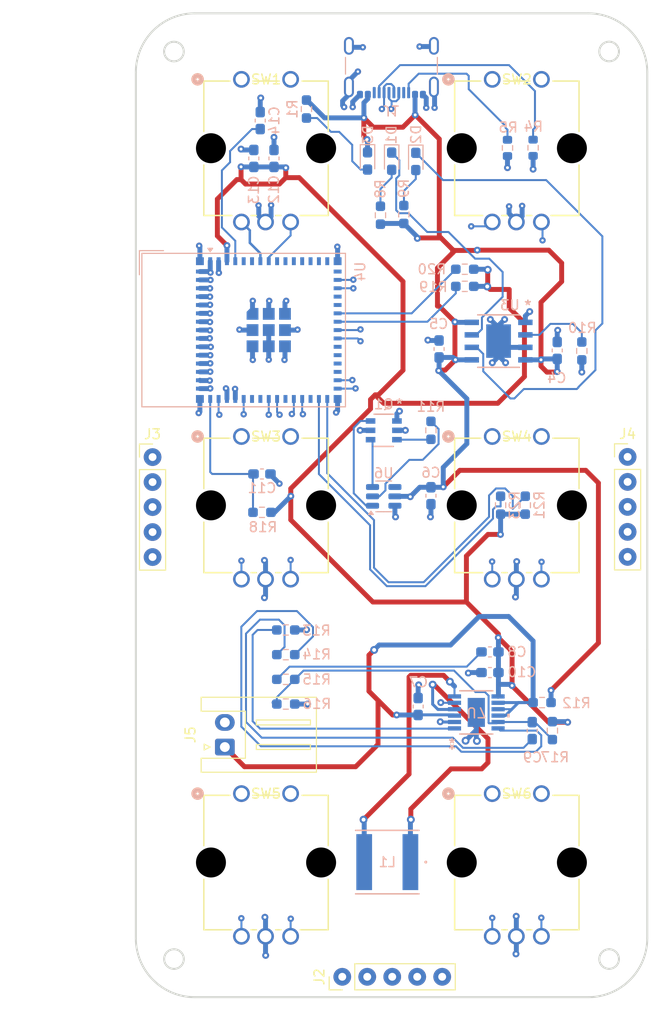
<source format=kicad_pcb>
(kicad_pcb (version 20240108) (generator "pcbnew") (generator_version "8.0")
  (layers (0 "F.Cu" signal) (1 "In1.Cu" signal) (2 "In2.Cu" signal) (31 "B.Cu" signal) (34 "B.Paste" user) (35 "F.Paste" user) (36 "B.SilkS" user "B.Silkscreen") (37 "F.SilkS" user "F.Silkscreen") (38 "B.Mask" user) (39 "F.Mask" user) (44 "Edge.Cuts" user))
  (net 0 "")
  (net 1 "GND")
  (net 2 "VBUS")
  (net 3 "BAT+")
  (net 4 "Net-(C8-Pad1)")
  (net 5 "Net-(C9-Pad1)")
  (net 6 "Net-(U7-FB)")
  (net 7 "/ESP32_EN")
  (net 8 "/BOOT")
  (net 9 "Net-(D1-K)")
  (net 10 "Net-(D1-A)")
  (net 11 "Net-(D2-K)")
  (net 12 "Net-(D2-A)")
  (net 13 "Net-(J1-CC2)")
  (net 14 "Net-(J1-CC1)")
  (net 16 "USB_P")
  (net 17 "USB_N")
  (net 19 "Net-(U7-SW2)")
  (net 20 "Net-(U7-SW1)")
  (net 21 "Net-(Q1-G1)")
  (net 22 "Net-(Q1-S2)")
  (net 23 "Net-(Q1-G2)")
  (net 24 "Net-(U3-PROG)")
  (net 25 "Net-(U6-CS)")
  (net 26 "Net-(U7-RT)")
  (net 27 "Net-(U7-VC)")
  (net 28 "Net-(U4-IO18)")
  (net 29 "Net-(U4-IO17)")
  (net 30 "Net-(U4-IO35)")
  (net 31 "Net-(U4-IO36)")
  (net 32 "R1A")
  (net 33 "R1B")
  (net 34 "R2B")
  (net 35 "R2A")
  (net 36 "R3B")
  (net 37 "R3A")
  (net 38 "R4B")
  (net 39 "R4A")
  (net 40 "AS56_OUT")
  (net 47 "TX")
  (net 49 "RX")
  (net 56 "+3V3")
  (net 57 "Net-(D3-A)")
  (net 58 "Net-(U4-IO5)")
  (net 59 "Net-(U4-IO6)")
  (net 78 "R5A")
  (net 79 "R5B")
  (net 80 "R6A")
  (net 81 "R6B")
  (footprint "Test_Encoder:PEC12R-4x15F-Sxxxx_BRN" (layer "F.Cu") (at 134.290047 88.436728)
    (property "Reference" "SW3")
    (property "Value" "RotaryEncoder")
  )
  (footprint "Connector_PinHeader_2.54mm:PinHeader_1x05_P2.54mm_Vertical_Adafruit" (layer "F.Cu") (at 125.25277 90.531841)
    (property "Reference" "J3")
    (property "Value" "Conn_01x05_Socket")
  )
  (footprint "Connector_PinHeader_2.54mm:PinHeader_1x05_P2.54mm_Vertical_Adafruit" (layer "F.Cu") (at 144.540974 143.353961 90)
    (property "Reference" "J2")
    (property "Value" "Conn_01x05_Socket")
  )
  (footprint "Test_Encoder:PEC12R-4x15F-Sxxxx_BRN" (layer "F.Cu") (at 159.790047 52.136728)
    (property "Reference" "SW2")
    (property "Value" "RotaryEncoder")
  )
  (footprint "Connector_JST:JST_XH_S2B-XH-A_1x02_P2.50mm_Horizontal" (layer "F.Cu") (at 132.60277 120.001841 90)
    (property "Reference" "J5")
    (property "Value" "Conn_01x02_Socket")
  )
  (footprint "Test_Encoder:PEC12R-4x15F-Sxxxx_BRN" (layer "F.Cu") (at 159.790047 124.736728)
    (property "Reference" "SW6")
    (property "Value" "RotaryEncoder")
  )
  (footprint "Test_Encoder:PEC12R-4x15F-Sxxxx_BRN" (layer "F.Cu") (at 134.290047 124.736728)
    (property "Reference" "SW5")
    (property "Value" "RotaryEncoder")
  )
  (footprint "Connector_PinHeader_2.54mm:PinHeader_1x05_P2.54mm_Vertical_Adafruit" (layer "F.Cu") (at 173.55277 90.511841)
    (property "Reference" "J4")
    (property "Value" "Conn_01x05_Socket")
  )
  (footprint "Test_Encoder:PEC12R-4x15F-Sxxxx_BRN" (layer "F.Cu") (at 159.790047 88.436728)
    (property "Reference" "SW4")
    (property "Value" "RotaryEncoder")
  )
  (footprint "Test_Encoder:PEC12R-4x15F-Sxxxx_BRN" (layer "F.Cu") (at 134.290047 52.136728)
    (property "Reference" "SW1")
    (property "Value" "RotaryEncoder")
  )
  (footprint "Resistor_SMD:R_0603_1608Metric" (layer "B.Cu") (at 163.943974 59.091172 90)
    (property "Reference" "R4")
    (property "Value" "5k1")
  )
  (footprint "Resistor_SMD:R_0603_1608Metric_Pad0.98x0.95mm_HandSolder" (layer "B.Cu") (at 163.150047 95.419228 90)
    (property "Reference" "R21")
    (property "Value" "10k")
  )
  (footprint "Capacitor_SMD:C_0603_1608Metric_Pad1.08x0.95mm_HandSolder" (layer "B.Cu") (at 159.55691 112.431301 180)
    (property "Reference" "C10")
    (property "Value" "22pF")
  )
  (footprint "Capacitor_SMD:C_0603_1608Metric_Pad1.08x0.95mm_HandSolder" (layer "B.Cu") (at 136.200047 56.326728 90)
    (property "Reference" "C14")
    (property "Value" ".1uF")
  )
  (footprint "LTC3536EMSE_PBF:MSOP-12_MSE_LIT" (layer "B.Cu") (at 158.16801 116.481301)
    (property "Reference" "U7")
    (property "Value" "LTC3536EMSE-PBF")
  )
  (footprint "Resistor_SMD:R_0603_1608Metric_Pad0.98x0.95mm_HandSolder" (layer "B.Cu") (at 150.800047 65.871728 90)
    (property "Reference" "R9")
    (property "Value" "1K")
  )
  (footprint "Resistor_SMD:R_0603_1608Metric" (layer "B.Cu") (at 161.338974 59.106172 90)
    (property "Reference" "R5")
    (property "Value" "5k1")
  )
  (footprint "Capacitor_SMD:C_0603_1608Metric_Pad1.08x0.95mm_HandSolder" (layer "B.Cu") (at 163.85691 118.331301 90)
    (property "Reference" "C9")
    (property "Value" "220pF")
  )
  (footprint "Connector_USB:USB_C_Receptacle_GCT_USB4105-xx-A_16P_TopMnt_Horizontal" (layer "B.Cu") (at 149.540047 49.806728)
    (property "Reference" "J1")
    (property "Value" "USB_C_Receptacle_USB2.0_16P")
  )
  (footprint "Resistor_SMD:R_0603_1608Metric_Pad0.98x0.95mm_HandSolder" (layer "B.Cu") (at 156.997154 71.436841 180)
    (property "Reference" "R20")
    (property "Value" "10k")
  )
  (footprint "Resistor_SMD:R_0603_1608Metric_Pad0.98x0.95mm_HandSolder" (layer "B.Cu") (at 138.798495 113.121841 180)
    (property "Reference" "R15")
    (property "Value" "6K49")
  )
  (footprint "Resistor_SMD:R_0603_1608Metric_Pad0.98x0.95mm_HandSolder" (layer "B.Cu") (at 138.798495 115.631841 180)
    (property "Reference" "R16")
    (property "Value" "221K")
  )
  (footprint "Resistor_SMD:R_0603_1608Metric_Pad0.98x0.95mm_HandSolder" (layer "B.Cu") (at 148.425047 65.946728 90)
    (property "Reference" "R8")
    (property "Value" "1K")
  )
  (footprint "NR6028T4R7M:IND_TAIYO_NR6028_TAY" (layer "B.Cu") (at 149.120047 131.696728 180)
    (property "Reference" "L1")
    (property "Value" "4.7uH")
  )
  (footprint "Resistor_SMD:R_0603_1608Metric_Pad0.98x0.95mm_HandSolder" (layer "B.Cu") (at 153.55777 87.810591 -90)
    (property "Reference" "R11")
    (property "Value" "100k")
  )
  (footprint "Capacitor_SMD:C_0603_1608Metric_Pad1.08x0.95mm_HandSolder" (layer "B.Cu") (at 152.25691 115.881301 90)
    (property "Reference" "C7")
    (property "Value" "10uF")
  )
  (footprint "RF_Module:ESP32-S2-MINI-1" (layer "B.Cu") (at 134.515974 77.621841 -90)
    (property "Reference" "U4")
    (property "Value" "ESP32-S3-MINI-1")
  )
  (footprint "Capacitor_SMD:C_0603_1608Metric_Pad1.08x0.95mm_HandSolder" (layer "B.Cu") (at 136.377547 92.246729)
    (property "Reference" "C11")
    (property "Value" ".1uF")
  )
  (footprint "Resistor_SMD:R_0603_1608Metric_Pad0.98x0.95mm_HandSolder" (layer "B.Cu") (at 168.897154 79.741841 90)
    (property "Reference" "R10")
    (property "Value" "1K3")
  )
  (footprint "FS8205A:SOT-23-6L_TCP" (layer "B.Cu") (at 148.75777 87.810592 180)
    (property "Reference" "Q1")
    (property "Value" "FS8205A")
  )
  (footprint "TP4056:ESOP8_TPW" (layer "B.Cu") (at 160.434654 78.741841 180)
    (property "Reference" "U3")
    (property "Value" "TP4056")
  )
  (footprint "Capacitor_SMD:C_0603_1608Metric_Pad1.08x0.95mm_HandSolder" (layer "B.Cu") (at 159.55691 110.331301)
    (property "Reference" "C8")
    (property "Value" "47uF")
  )
  (footprint "Resistor_SMD:R_0603_1608Metric_Pad0.98x0.95mm_HandSolder" (layer "B.Cu") (at 138.798495 110.611841 180)
    (property "Reference" "R14")
    (property "Value" "49K9")
  )
  (footprint "LED_SMD:LED_0603_1608Metric_Pad1.05x0.95mm_HandSolder" (layer "B.Cu") (at 149.565047 60.454228 -90)
    (property "Reference" "D1")
    (property "Value" "LED_Small")
  )
  (footprint "Resistor_SMD:R_0603_1608Metric_Pad0.98x0.95mm_HandSolder" (layer "B.Cu") (at 165.90691 118.331301 -90)
    (property "Reference" "R17")
    (property "Value" "1000k")
  )
  (footprint "Resistor_SMD:R_0603_1608Metric_Pad0.98x0.95mm_HandSolder" (layer "B.Cu") (at 136.377547 96.146728 180)
    (property "Reference" "R18")
    (property "Value" "10K")
  )
  (footprint "Capacitor_SMD:C_0603_1608Metric_Pad1.08x0.95mm_HandSolder" (layer "B.Cu") (at 166.397154 79.691841 90)
    (property "Reference" "C4")
    (property "Value" "10uF")
  )
  (footprint "Resistor_SMD:R_0603_1608Metric_Pad0.98x0.95mm_HandSolder" (layer "B.Cu") (at 164.85691 115.481301)
    (property "Reference" "R12")
    (property "Value" "100")
  )
  (footprint "Capacitor_SMD:C_0603_1608Metric_Pad1.08x0.95mm_HandSolder" (layer "B.Cu") (at 154.384654 79.541841 90)
    (property "Reference" "C5")
    (property "Value" "10uF")
  )
  (footprint "Package_TO_SOT_SMD:SOT-23-6" (layer "B.Cu") (at 148.75777 94.523091)
    (property "Reference" "U6")
    (property "Value" "DW01A")
  )
  (footprint "Resistor_SMD:R_0603_1608Metric_Pad0.98x0.95mm_HandSolder" (layer "B.Cu") (at 160.640047 95.419228 90)
    (property "Reference" "R23")
    (property "Value" "10k")
  )
  (footprint "Resistor_SMD:R_0603_1608Metric_Pad0.98x0.95mm_HandSolder" (layer "B.Cu") (at 156.997154 73.176841 180)
    (property "Reference" "R19")
    (property "Value" "10k")
  )
  (footprint "Capacitor_SMD:C_0603_1608Metric_Pad1.08x0.95mm_HandSolder" (layer "B.Cu") (at 135.550047 60.176728 90)
    (property "Reference" "C13")
    (property "Value" "10uF")
  )
  (footprint "LED_SMD:LED_0603_1608Metric_Pad1.05x0.95mm_HandSolder" (layer "B.Cu") (at 152.015047 60.479228 -90)
    (property "Reference" "D2")
    (property "Value" "LED_Small")
  )
  (footprint "Resistor_SMD:R_0603_1608Metric_Pad0.98x0.95mm_HandSolder" (layer "B.Cu") (at 138.798495 108.101841 180)
    (property "Reference" "R13")
    (property "Value" "332k")
  )
  (footprint "Capacitor_SMD:C_0603_1608Metric_Pad1.08x0.95mm_HandSolder" (layer "B.Cu") (at 153.55777 94.460591 90)
    (property "Reference" "C6")
    (property "Value" ".1uF")
  )
  (footprint "Capacitor_SMD:C_0603_1608Metric_Pad1.08x0.95mm_HandSolder" (layer "B.Cu") (at 137.600047 60.176728 90)
    (property "Reference" "C12")
    (property "Value" ".1uF")
  )
  (footprint "Resistor_SMD:R_0603_1608Metric_Pad0.98x0.95mm_HandSolder" (layer "B.Cu") (at 140.900047 55.156728 -90)
    (property "Reference" "R1")
    (property "Value" "100")
  )
  (footprint "LED_SMD:LED_0603_1608Metric_Pad1.05x0.95mm_HandSolder" (layer "B.Cu") (at 147.110178 60.430628 -90)
    (property "Reference" "D3")
    (property "Value" "LED_Small")
  )
  (gr_arc (start 129.546566 145.426841) (mid 125.315974 143.678961) (end 123.55277 139.454731) (stroke (width 0.2)) (layer "Edge.Cuts"))
  (gr_line (start 123.55277 51.42701) (end 123.55277 139.454731) (stroke (width 0.2)) (layer "Edge.Cuts"))
  (gr_line (start 175.55277 110.122966) (end 175.55277 80.730766) (stroke (width 0.2)) (layer "Edge.Cuts"))
  (gr_circle (center 171.674077 49.305528) (end 172.674077 49.305528) (stroke (width 0.2)) (fill none) (layer "Edge.Cuts"))
  (gr_line (start 169.552766 45.426841) (end 129.534966 45.426841) (stroke (width 0.2)) (layer "Edge.Cuts"))
  (gr_arc (start 169.552766 45.426841) (mid 173.785161 47.173951) (end 175.552764 51.397827) (stroke (width 0.2)) (layer "Edge.Cuts"))
  (gr_line (start 175.55277 139.42691) (end 175.55277 110.122966) (stroke (width 0.2)) (layer "Edge.Cuts"))
  (gr_circle (center 127.431545 141.551976) (end 128.431545 141.551976) (stroke (width 0.2)) (fill none) (layer "Edge.Cuts"))
  (gr_line (start 164.248939 145.426841) (end 169.582259 145.426841) (stroke (width 0.2)) (layer "Edge.Cuts"))
  (gr_line (start 175.55277 80.730766) (end 175.552764 51.397827) (stroke (width 0.2)) (layer "Edge.Cuts"))
  (gr_arc (start 123.55277 51.42701) (mid 125.303828 47.190599) (end 129.534966 45.426841) (stroke (width 0.2)) (layer "Edge.Cuts"))
  (gr_line (start 129.546566 145.426841) (end 164.248939 145.426841) (stroke (width 0.2)) (layer "Edge.Cuts"))
  (gr_arc (start 175.55277 139.42691) (mid 173.805824 143.659113) (end 169.582259 145.426841) (stroke (width 0.2)) (layer "Edge.Cuts"))
  (gr_circle (center 127.425763 49.311278) (end 128.425763 49.311278) (stroke (width 0.2)) (fill none) (layer "Edge.Cuts"))
  (gr_circle (center 171.674095 141.548183) (end 172.674095 141.548183) (stroke (width 0.2)) (fill none) (layer "Edge.Cuts"))
  (via (at 145.60277 54.951841) (size 0.65) (drill 0.25) (layers "F.Cu" "B.Cu") (net 1))
  (via (at 154.55691 115.481301) (size 0.7) (drill 0.3) (layers "F.Cu" "B.Cu") (net 1))
  (via (at 150.95777 87.810591) (size 0.7) (drill 0.3) (layers "F.Cu" "B.Cu") (net 1))
  (via (at 157.35691 112.481301) (size 0.7) (drill 0.3) (layers "F.Cu" "B.Cu") (net 1))
  (via (at 143.915974 86.001841) (size 0.65) (drill 0.25) (layers "F.Cu" "B.Cu") (net 1))
  (via (at 136.67777 137.301841) (size 0.7) (drill 0.3) (layers "F.Cu" "B.Cu") (net 1))
  (via (at 131.065974 78.451841) (size 0.65) (drill 0.25) (layers "F.Cu" "B.Cu") (net 1))
  (via (at 152.40277 48.801841) (size 0.65) (drill 0.25) (layers "F.Cu" "B.Cu") (net 1))
  (via (at 146.62777 48.876841) (size 0.65) (drill 0.25) (layers "F.Cu" "B.Cu") (net 1))
  (via (at 159.597154 76.541841) (size 0.7) (drill 0.3) (layers "F.Cu" "B.Cu") (net 1))
  (via (at 149.95777 96.610591) (size 0.7) (drill 0.3) (layers "F.Cu" "B.Cu") (net 1))
  (via (at 134.090974 77.576841) (size 0.65) (drill 0.25) (layers "F.Cu" "B.Cu") (net 1))
  (via (at 161.338974 61.116172) (size 0.7) (drill 0.3) (layers "F.Cu" "B.Cu") (net 1))
  (via (at 168.897154 81.891841) (size 0.7) (drill 0.3) (layers "F.Cu" "B.Cu") (net 1))
  (via (at 144.72777 54.951841) (size 0.65) (drill 0.25) (layers "F.Cu" "B.Cu") (net 1))
  (via (at 153.50777 96.610591) (size 0.7) (drill 0.3) (layers "F.Cu" "B.Cu") (net 1))
  (via (at 146.12777 51.351841) (size 0.65) (drill 0.25) (layers "F.Cu" "B.Cu") (net 1))
  (via (at 158.23191 119.381301) (size 0.8) (drill 0.4) (layers "F.Cu" "B.Cu") (net 1))
  (via (at 131.140974 71.776841) (size 0.65) (drill 0.25) (layers "F.Cu" "B.Cu") (net 1))
  (via (at 134.250047 59.226727) (size 0.7) (drill 0.3) (layers "F.Cu" "B.Cu") (net 1))
  (via (at 131.115974 81.001841) (size 0.65) (drill 0.25) (layers "F.Cu" "B.Cu") (net 1))
  (via (at 162.27777 101.151841) (size 0.7) (drill 0.3) (layers "F.Cu" "B.Cu") (net 1))
  (via (at 131.165974 79.326841) (size 0.65) (drill 0.25) (layers "F.Cu" "B.Cu") (net 1))
  (via (at 163.943974 61.268045) (size 0.7) (drill 0.3) (layers "F.Cu" "B.Cu") (net 1))
  (via (at 131.990974 71.801841) (size 0.65) (drill 0.25) (layers "F.Cu" "B.Cu") (net 1))
  (via (at 133.640974 83.601841) (size 0.65) (drill 0.25) (layers "F.Cu" "B.Cu") (net 1))
  (via (at 163.597154 75.741841) (size 0.7) (drill 0.3) (layers "F.Cu" "B.Cu") (net 1))
  (via (at 136.250047 54.026728) (size 0.7) (drill 0.3) (layers "F.Cu" "B.Cu") (net 1))
  (via (at 131.090974 75.051841) (size 0.65) (drill 0.25) (layers "F.Cu" "B.Cu") (net 1))
  (via (at 131.065974 82.751841) (size 0.65) (drill 0.25) (layers "F.Cu" "B.Cu") (net 1))
  (via (at 161.047154 76.541841) (size 0.7) (drill 0.3) (layers "F.Cu" "B.Cu") (net 1))
  (via (at 131.115974 80.176841) (size 0.65) (drill 0.25) (layers "F.Cu" "B.Cu") (net 1))
  (via (at 137.600047 58.026728) (size 0.7) (drill 0.3) (layers "F.Cu" "B.Cu") (net 1))
  (via (at 162.15277 104.751841) (size 0.7) (drill 0.3) (layers "F.Cu" "B.Cu") (net 1))
  (via (at 137.065974 80.626841) (size 0.65) (drill 0.25) (layers "F.Cu" "B.Cu") (net 1))
  (via (at 131.140974 72.526841) (size 0.65) (drill 0.25) (layers "F.Cu" "B.Cu") (net 1))
  (via (at 131.115974 81.851841) (size 0.65) (drill 0.25) (layers "F.Cu" "B.Cu") (net 1))
  (via (at 136.02777 64.951841) (size 0.65) (drill 0.25) (layers "F.Cu" "B.Cu") (net 1))
  (via (at 157.08191 119.356301) (size 0.8) (drill 0.4) (layers "F.Cu" "B.Cu") (net 1))
  (via (at 137.30277 64.926841) (size 0.65) (drill 0.25) (layers "F.Cu" "B.Cu") (net 1))
  (via (at 152.30691 113.681301) (size 0.7) (drill 0.3) (layers "F.Cu" "B.Cu") (net 1))
  (via (at 136.75277 141.176841) (size 0.7) (drill 0.3) (layers "F.Cu" "B.Cu") (net 1))
  (via (at 154.50691 117.431301) (size 0.7) (drill 0.3) (layers "F.Cu" "B.Cu") (net 1))
  (via (at 131.090974 73.376841) (size 0.65) (drill 0.25) (layers "F.Cu" "B.Cu") (net 1))
  (via (at 161.50277 65.051841) (size 0.65) (drill 0.25) (layers "F.Cu" "B.Cu") (net 1))
  (via (at 137.115974 74.651841) (size 0.65) (drill 0.25) (layers "F.Cu" "B.Cu") (net 1))
  (via (at 129.990974 69.051841) (size 0.65) (drill 0.25) (layers "F.Cu" "B.Cu") (net 1))
  (via (at 161.147154 80.941841) (size 0.7) (drill 0.3) (layers "F.Cu" "B.Cu") (net 1))
  (via (at 131.090974 77.651841) (size 0.65) (drill 0.25) (layers "F.Cu" "B.Cu") (net 1))
  (via (at 166.447154 77.641841) (size 0.7) (drill 0.3) (layers "F.Cu" "B.Cu") (net 1))
  (via (at 131.090974 74.226841) (size 0.65) (drill 0.25) (layers "F.Cu" "B.Cu") (net 1))
  (via (at 136.62777 104.826841) (size 0.7) (drill 0.3) (layers "F.Cu" "B.Cu") (net 1))
  (via (at 131.115974 83.551841) (size 0.65) (drill 0.25) (layers "F.Cu" "B.Cu") (net 1))
  (via (at 135.440974 74.651841) (size 0.65) (drill 0.25) (layers "F.Cu" "B.Cu") (net 1))
  (via (at 162.82777 65.001841) (size 0.65) (drill 0.25) (layers "F.Cu" "B.Cu") (net 1))
  (via (at 131.090974 76.801841) (size 0.65) (drill 0.25) (layers "F.Cu" "B.Cu") (net 1))
  (via (at 138.840974 74.651841) (size 0.65) (drill 0.25) (layers "F.Cu" "B.Cu") (net 1))
  (via (at 153.07777 55.026841) (size 0.65) (drill 0.25) (layers "F.Cu" "B.Cu") (net 1))
  (via (at 129.940974 86.051841) (size 0.65) (drill 0.25) (layers "F.Cu" "B.Cu") (net 1))
  (via (at 131.090974 75.926841) (size 0.65) (drill 0.25) (layers "F.Cu" "B.Cu") (net 1))
  (via (at 162.22777 137.201841) (size 0.7) (drill 0.3) (layers "F.Cu" "B.Cu") (net 1))
  (via (at 162.20277 141.026841) (size 0.7) (drill 0.3) (layers "F.Cu" "B.Cu") (net 1))
  (via (at 136.62777 101.026841) (size 0.7) (drill 0.3) (layers "F.Cu" "B.Cu") (net 1))
  (via (at 140.914945 108.081441) (size 0.7) (drill 0.3) (layers "F.Cu" "B.Cu") (net 1))
  (via (at 138.15277 93.226841) (size 0.65) (drill 0.25) (layers "F.Cu" "B.Cu") (net 1))
  (via (at 135.440974 80.651841) (size 0.65) (drill 0.25) (layers "F.Cu" "B.Cu") (net 1))
  (via (at 138.665974 80.651841) (size 0.65) (drill 0.25) (layers "F.Cu" "B.Cu") (net 1))
  (via (at 144.040974 69.151841) (size 0.65) (drill 0.25) (layers "F.Cu" "B.Cu") (net 1))
  (via (at 141.014945 115.631441) (size 0.7) (drill 0.3) (layers "F.Cu" "B.Cu") (net 1))
  (via (at 146.35777 87.810591) (size 0.7) (drill 0.3) (layers "F.Cu" "B.Cu") (net 1))
  (via (at 132.715974 83.551841) (size 0.65) (drill 0.25) (layers "F.Cu" "B.Cu") (net 1))
  (via (at 153.92777 55.026841) (size 0.65) (drill 0.25) (layers "F.Cu" "B.Cu") (net 1))
  (via (at 159.797154 80.941841) (size 0.7) (drill 0.3) (layers "F.Cu" "B.Cu") (net 1))
  (via (at 153.247154 78.641841) (size 0.7) (drill 0.3) (layers "F.Cu" "B.Cu") (net 1))
  (via (at 139.990974 77.576841) (size 0.65) (drill 0.25) (layers "F.Cu" "B.Cu") (net 1))
  (via (at 150.35777 85.860591) (size 0.7) (drill 0.3) (layers "F.Cu" "B.Cu") (net 1))
  (segment (start 150.09762 86.860591) (end 150.09762 86.120741) (width 0.5) (layer "B.Cu") (net 1))
  (segment (start 136.740047 141.164118) (end 136.75277 141.176841) (width 0.5) (layer "B.Cu") (net 1))
  (segment (start 137.600047 59.314228) (end 137.600047 58.026728) (width 0.5) (layer "B.Cu") (net 1))
  (segment (start 166.397154 77.691841) (end 166.447154 77.641841) (width 0.5) (layer "B.Cu") (net 1))
  (segment (start 130.065974 85.926841) (end 129.940974 86.051841) (width 0.5) (layer "B.Cu") (net 1))
  (segment (start 144.065974 84.621841) (end 144.065974 85.851841) (width 0.5) (layer "B.Cu") (net 1))
  (segment (start 136.05277 66.026841) (end 136.05277 64.976841) (width 0.5) (layer "B.Cu") (net 1))
  (segment (start 136.662657 66.636728) (end 136.05277 66.026841) (width 0.5) (layer "B.Cu") (net 1))
  (segment (start 135.550047 59.314228) (end 134.337547 59.314228) (width 0.5) (layer "B.Cu") (net 1))
  (segment (start 153.789934 48.801841) (end 153.860047 48.731728) (width 0.5) (layer "B.Cu") (net 1))
  (segment (start 161.50277 65.051841) (end 161.50277 65.776841) (width 0.5) (layer "B.Cu") (net 1))
  (segment (start 133.665974 84.621841) (end 133.665974 83.626841) (width 0.5) (layer "B.Cu") (net 1))
  (segment (start 130.065974 80.171841) (end 131.110974 80.171841) (width 0.5) (layer "B.Cu") (net 1))
  (segment (start 163.158804 76.180191) (end 163.597154 75.741841) (width 0.5) (layer "B.Cu") (net 1))
  (segment (start 162.82777 66.049005) (end 162.82777 65.001841) (width 0.5) (layer "B.Cu") (net 1))
  (segment (start 154.384654 78.679341) (end 153.284654 78.679341) (width 0.5) (layer "B.Cu") (net 1))
  (segment (start 160.434654 80.304341) (end 159.797154 80.941841) (width 0.5) (layer "B.Cu") (net 1))
  (segment (start 162.240047 66.514118) (end 162.240047 66.636728) (width 0.5) (layer "B.Cu") (net 1))
  (segment (start 130.065974 75.921841) (end 131.085974 75.921841) (width 0.5) (layer "B.Cu") (net 1))
  (segment (start 130.065974 72.521841) (end 131.135974 72.521841) (width 0.5) (layer "B.Cu") (net 1))
  (segment (start 139.945974 77.621841) (end 139.990974 77.576841) (width 0.5) (layer "B.Cu") (net 1))
  (segment (start 136.200047 54.076728) (end 136.250047 54.026728) (width 0.5) (layer "B.Cu") (net 1))
  (segment (start 160.434654 77.154341) (end 161.047154 76.541841) (width 0.5) (layer "B.Cu") (net 1))
  (segment (start 135.415974 75.971841) (end 135.415974 74.676841) (width 0.5) (layer "B.Cu") (net 1))
  (segment (start 144.57777 54.326841) (end 144.57777 54.801841) (width 0.5) (layer "B.Cu") (net 1))
  (segment (start 139.710995 115.631841) (end 141.014545 115.631841) (width 0.5) (layer "B.Cu") (net 1))
  (segment (start 145.220047 53.684564) (end 144.57777 54.326841) (width 0.5) (layer "B.Cu") (net 1))
  (segment (start 137.30277 64.926841) (end 137.30277 66.074005) (width 0.5) (layer "B.Cu") (net 1))
  (segment (start 155.95186 117.456661) (end 154.53227 117.456661) (width 0.3) (layer "B.Cu") (net 1))
  (segment (start 137.065974 74.701841) (end 137.115974 74.651841) (width 0.5) (layer "B.Cu") (net 1))
  (segment (start 138.715974 80.601841) (end 138.665974 80.651841) (width 0.5) (layer "B.Cu") (net 1))
  (segment (start 161.338974 59.931172) (end 161.338974 61.116172) (width 0.5) (layer "B.Cu") (net 1))
  (segment (start 130.065974 81.021841) (end 131.095974 81.021841) (width 0.5) (layer "B.Cu") (net 1))
  (segment (start 136.740047 104.714564) (end 136.62777 104.826841) (width 0.5) (layer "B.Cu") (net 1))
  (segment (start 144.065974 69.176841) (end 144.040974 69.151841) (width 0.5) (layer "B.Cu") (net 1))
  (segment (start 135.415974 77.621841) (end 134.135974 77.621841) (width 0.5) (layer "B.Cu") (net 1))
  (segment (start 136.740047 139.236728) (end 136.740047 137.364118) (width 0.5) (layer "B.Cu") (net 1))
  (segment (start 138.715974 79.271841) (end 138.715974 80.601841) (width 0.5) (layer "B.Cu") (net 1))
  (segment (start 150.957769 87.810592) (end 150.95777 87.810591) (width 0.5) (layer "B.Cu") (net 1))
  (segment (start 132.815974 84.621841) (end 132.815974 83.651841) (width 0.5) (layer "B.Cu") (net 1))
  (segment (start 130.065974 69.126841) (end 129.990974 69.051841) (width 0.5) (layer "B.Cu") (net 1))
  (segment (start 137.30277 66.074005) (end 136.740047 66.636728) (width 0.5) (layer "B.Cu") (net 1))
  (segment (start 160.434654 78.741841) (end 160.434654 77.154341) (width 0.5) (layer "B.Cu") (net 1))
  (segment (start 136.740047 102.936728) (end 136.740047 101.139118) (width 0.5) (layer "B.Cu") (net 1))
  (segment (start 160.434654 80.229341) (end 161.147154 80.941841) (width 0.5) (layer "B.Cu") (net 1))
  (segment (start 131.085974 74.221841) (end 131.090974 74.226841) (width 0.5) (layer "B.Cu") (net 1))
  (segment (start 132.815974 83.651841) (end 132.715974 83.551841) (width 0.5) (layer "B.Cu") (net 1))
  (segment (start 130.065974 77.621841) (end 131.060974 77.621841) (width 0.5) (layer "B.Cu") (net 1))
  (segment (start 144.065974 85.851841) (end 143.915974 86.001841) (width 0.5) (layer "B.Cu") (net 1))
  (segment (start 131.045974 78.471841) (end 131.065974 78.451841) (width 0.5) (layer "B.Cu") (net 1))
  (segment (start 131.065974 82.751841) (end 130.095974 82.751841) (width 0.5) (layer "B.Cu") (net 1))
  (segment (start 145.60277 54.421505) (end 146.340047 53.684228) (width 0.5) (layer "B.Cu") (net 1))
  (segment (start 130.065974 76.771841) (end 131.060974 76.771841) (width 0.5) (layer "B.Cu") (net 1))
  (segment (start 150.09762 87.810592) (end 150.957769 87.810592) (width 0.5) (layer "B.Cu") (net 1))
  (segment (start 131.115973 70.621841) (end 131.115973 71.75184) (width 0.5) (layer "B.Cu") (net 1))
  (segment (start 136.740047 101.139118) (end 136.62777 101.026841) (width 0.5) (layer "B.Cu") (net 1))
  (segment (start 157.40691 112.431301) (end 157.35691 112.481301) (width 0.5) (layer "B.Cu") (net 1))
  (segment (start 158.16801 119.317401) (end 158.23191 119.381301) (width 0.5) (layer "B.Cu") (net 1))
  (segment (start 162.240047 104.664564) (end 162.15277 104.751841) (width 0.5) (layer "B.Cu") (net 1))
  (segment (start 136.200047 55.464228) (end 136.200047 54.076728) (width 0.5) (layer "B.Cu") (net 1))
  (segment (start 138.715973 77.621841) (end 139.945974 77.621841) (width 0.5) (layer "B.Cu") (net 1))
  (segment (start 153.07777 55.026841) (end 153.07777 54.021951) (width 0.5) (layer "B.Cu") (net 1))
  (segment (start 153.55777 96.560591) (end 153.50777 96.610591) (width 0.5) (layer "B.Cu") (net 1))
  (segment (start 131.965974 70.621841) (end 131.965974 71.776841) (width 0.5) (layer "B.Cu") (net 1))
  (segment (start 160.434654 78.741841) (end 160.434654 77.379341) (width 0.5) (layer "B.Cu") (net 1))
  (segment (start 131.035974 71.671841) (end 131.140974 71.776841) (width 0.5) (layer "B.Cu") (net 1))
  (segment (start 162.240047 139.236728) (end 162.240047 140.989564) (width 0.5) (layer "B.Cu") (net 1))
  (segment (start 146.357771 87.810592) (end 146.35777 87.810591) (width 0.5) (layer "B.Cu") (net 1))
  (segment (start 131.085974 73.371841) (end 131.090974 73.376841) (width 0.5) (layer "B.Cu") (net 1))
  (segment (start 158.16801 118.270201) (end 157.08191 119.356301) (width 0.5) (layer "B.Cu") (net 1))
  (segment (start 160.434654 78.741841) (end 160.434654 80.304341) (width 0.5) (layer "B.Cu") (net 1))
  (segment (start 146.62777 48.876841) (end 145.36516 48.876841) (width 0.5) (layer "B.Cu") (net 1))
  (segment (start 137.240048 92.246729) (end 137.240048 92.314119) (width 0.5) (layer "B.Cu") (net 1))
  (segment (start 153.55777 95.323091) (end 153.55777 96.560591) (width 0.5) (layer "B.Cu") (net 1))
  (segment (start 152.25691 113.731301) (end 152.30691 113.681301) (width 0.5) (layer "B.Cu") (net 1))
  (segment (start 130.065974 79.321841) (end 131.160974 79.321841) (width 0.5) (layer "B.Cu") (net 1))
  (segment (start 136.740047 139.236728) (end 136.740047 141.164118) (width 0.5) (layer "B.Cu") (net 1))
  (segment (start 130.065974 81.871841) (end 131.095974 81.871841) (width 0.5) (layer "B.Cu") (net 1))
  (segment (start 130.065974 84.621841) (end 130.065974 85.926841) (width 0.5) (layer "B.Cu") (net 1))
  (segment (start 131.095974 81.021841) (end 131.115974 81.001841) (width 0.5) (layer "B.Cu") (net 1))
  (segment (start 162.240047 102.936728) (end 162.240047 101.189564) (width 0.5) (layer "B.Cu") (net 1))
  (segment (start 136.05277 64.976841) (end 136.02777 64.951841) (width 0.5) (layer "B.Cu") (net 1))
  (segment (start 162.240047 102.936728) (end 162.240047 104.664564) (width 0.5) (layer "B.Cu") (net 1))
  (segment (start 153.284654 78.679341) (end 153.247154 78.641841) (width 0.5) (layer "B.Cu") (net 1))
  (segment (start 158.69441 112.431301) (end 157.40691 112.431301) (width 0.5) (layer "B.Cu") (net 1))
  (segment (start 131.095974 83.571841) (end 131.115974 83.551841) (width 0.5) (layer "B.Cu") (net 1))
  (segment (start 135.415974 74.676841) (end 135.440974 74.651841) (width 0.5) (layer "B.Cu") (net 1))
  (segment (start 138.715974 74.776841) (end 138.840974 74.651841) (width 0.5) (layer "B.Cu") (net 1))
  (segment (start 152.25691 115.018801) (end 152.25691 113.731301) (width 0.5) (layer "B.Cu") (net 1))
  (segment (start 131.135974 72.521841) (end 131.140974 72.526841) (width 0.5) (layer "B.Cu") (net 1))
  (segment (start 150.09762 86.120741) (end 150.35777 85.860591) (width 0.5) (layer "B.Cu") (net 1))
  (segment (start 134.337547 59.314228) (end 134.250047 59.226727) (width 0.5) (layer "B.Cu") (net 1))
  (segment (start 136.740047 102.936728) (end 136.740047 104.714564) (width 0.5) (layer "B.Cu") (net 1))
  (segment (start 131.160974 79.321841) (end 131.165974 79.326841) (width 0.5) (layer "B.Cu") (net 1))
  (segment (start 130.065974 74.221841) (end 131.085974 74.221841) (width 0.5) (layer "B.Cu") (net 1))
  (segment (start 135.415974 79.271841) (end 135.415974 80.626841) (width 0.5) (layer "B.Cu") (net 1))
  (segment (start 162.240047 140.989564) (end 162.20277 141.026841) (width 0.5) (layer "B.Cu") (net 1))
  (segment (start 131.110974 80.171841) (end 131.115974 80.176841) (width 0.5) (layer "B.Cu") (net 1))
  (segment (start 131.060974 77.621841) (end 131.090974 77.651841) (width 0.5) (layer "B.Cu") (net 1))
  (segment (start 130.065974 83.571841) (end 131.095974 83.571841) (width 0.5) (layer "B.Cu") (net 1))
  (segment (start 155.95186 115.505941) (end 154.58155 115.505941) (width 0.2) (layer "B.Cu") (net 1))
  (segment (start 163.158804 79.376841) (end 161.069654 79.376841) (width 0.5) (layer "B.Cu") (net 1))
  (segment (start 133.665974 83.626841) (end 133.640974 83.601841) (width 0.5) (layer "B.Cu") (net 1))
  (segment (start 136.740047 137.364118) (end 136.67777 137.301841) (width 0.5) (layer "B.Cu") (net 1))
  (segment (start 162.240047 137.214118) (end 162.22777 137.201841) (width 0.5) (layer "B.Cu") (net 1))
  (segment (start 137.065974 77.621841) (end 137.065974 79.271841) (width 0.5) (layer "B.Cu") (net 1))
  (segment (start 131.115973 71.75184) (end 131.140974 71.776841) (width 0.5) (layer "B.Cu") (net 1))
  (segment (start 145.220047 52.911728) (end 145.220047 53.684564) (width 0.5) (layer "B.Cu") (net 1))
  (segment (start 158.16801 116.481301) (end 158.16801 118.270201) (width 0.5) (layer "B.Cu") (net 1))
  (segment (start 152.40277 48.801841) (end 153.789934 48.801841) (width 0.5) (layer "B.Cu") (net 1))
  (segment (start 147.41792 87.810592) (end 146.357771 87.810592) (width 0.5) (layer "B.Cu") (net 1))
  (segment (start 145.220047 52.259564) (end 145.220047 52.911728) (width 0.5) (layer "B.Cu") (net 1))
  (segment (start 162.240047 139.236728) (end 162.240047 137.214118) (width 0.5) (layer "B.Cu") (net 1))
  (segment (start 131.095974 81.871841) (end 131.115974 81.851841) (width 0.5) (layer "B.Cu") (net 1))
  (segment (start 160.434654 77.379341) (end 159.597154 76.541841) (width 0.5) (layer "B.Cu") (net 1))
  (segment (start 153.92777 55.026841) (end 153.92777 52.979451) (width 0.5) (layer "B.Cu") (net 1))
  (segment (start 160.434654 78.741841) (end 160.434654 80.229341) (width 0.5) (layer "B.Cu") (net 1))
  (segment (start 131.070974 75.071841) (end 131.090974 75.051841) (width 0.5) (layer "B.Cu") (net 1))
  (segment (start 137.240048 92.314119) (end 138.15277 93.226841) (width 0.5) (layer "B.Cu") (net 1))
  (segment (start 138.715974 75.971841) (end 138.715974 74.776841) (width 0.5) (layer "B.Cu") (net 1))
  (segment (start 130.065974 73.371841) (end 131.085974 73.371841) (width 0.5) (layer "B.Cu") (net 1))
  (segment (start 154.53227 117.456661) (end 154.50691 117.431301) (width 0.3) (layer "B.Cu") (net 1))
  (segment (start 144.065974 70.621841) (end 144.065974 69.176841) (width 0.5) (layer "B.Cu") (net 1))
  (segment (start 131.085974 75.921841) (end 131.090974 75.926841) (width 0.5) (layer "B.Cu") (net 1))
  (segment (start 131.965974 71.776841) (end 131.990974 71.801841) (width 0.5) (layer "B.Cu") (net 1))
  (segment (start 144.57777 54.801841) (end 144.72777 54.951841) (width 0.5) (layer "B.Cu") (net 1))
  (segment (start 149.89527 96.548091) (end 149.95777 96.610591) (width 0.5) (layer "B.Cu") (net 1))
  (segment (start 131.060974 76.771841) (end 131.090974 76.801841) (width 0.5) (layer "B.Cu") (net 1))
  (segment (start 145.60277 54.951841) (end 145.60277 54.421505) (width 0.5) (layer "B.Cu") (net 1))
  (segment (start 162.240047 66.636728) (end 162.82777 66.049005) (width 0.5) (layer "B.Cu") (net 1))
  (segment (start 145.36516 48.876841) (end 145.220047 48.731728) (width 0.5) (layer "B.Cu") (net 1))
  (segment (start 153.92777 52.979451) (end 153.860047 52.911728) (width 0.5) (layer "B.Cu") (net 1))
  (segment (start 153.07777 54.021951) (end 152.740047 53.684228) (width 0.5) (layer "B.Cu") (net 1))
  (segment (start 162.240047 101.189564) (end 162.27777 101.151841) (width 0.5) (layer "B.Cu") (net 1))
  (segment (start 163.158804 76.836841) (end 163.158804 76.180191) (width 0.5) (layer "B.Cu") (net 1))
  (segment (start 134.135974 77.621841) (end 134.090974 77.576841) (width 0.5) (layer "B.Cu") (net 1))
  (segment (start 161.50277 65.776841) (end 162.240047 66.514118) (width 0.5) (layer "B.Cu") (net 1))
  (segment (start 158.16801 116.481301) (end 158.16801 119.317401) (width 0.5) (layer "B.Cu") (net 1))
  (segment (start 154.58155 115.505941) (end 154.55691 115.481301) (width 0.2) (layer "B.Cu") (net 1))
  (segment (start 149.89527 95.473091) (end 149.89527 96.548091) (width 0.5) (layer "B.Cu") (net 1))
  (segment (start 168.897154 80.654341) (end 168.897154 81.891841) (width 0.5) (layer "B.Cu") (net 1))
  (segment (start 163.943974 61.268045) (end 163.943974 59.916172) (width 0.5) (layer "B.Cu") (net 1))
  (segment (start 136.740047 66.636728) (end 136.662657 66.636728) (width 0.5) (layer "B.Cu") (net 1))
  (segment (start 130.065974 75.071841) (end 131.070974 75.071841) (width 0.5) (layer "B.Cu") (net 1))
  (segment (start 135.415974 80.626841) (end 135.440974 80.651841) (width 0.5) (layer "B.Cu") (net 1))
  (segment (start 161.069654 79.376841) (end 160.434654 78.741841) (width 0.5) (layer "B.Cu") (net 1))
  (segment (start 137.065974 79.271841) (end 137.065974 80.626841) (width 0.5) (layer "B.Cu") (net 1))
  (segment (start 130.065974 70.621841) (end 130.065974 69.126841) (width 0.5) (layer "B.Cu") (net 1))
  (segment (start 130.065974 71.671841) (end 131.035974 71.671841) (width 0.5) (layer "B.Cu") (net 1))
  (segment (start 130.065974 78.471841) (end 131.045974 78.471841) (width 0.5) (layer "B.Cu") (net 1))
  (segment (start 166.397154 78.829341) (end 166.397154 77.691841) (width 0.5) (layer "B.Cu") (net 1))
  (segment (start 137.065974 75.971841) (end 137.065974 74.701841) (width 0.5) (layer "B.Cu") (net 1))
  (segment (start 146.12777 51.351841) (end 145.220047 52.259564) (width 0.5) (layer "B.Cu") (net 1))
  (segment (start 139.710995 108.101841) (end 140.894545 108.101841) (width 0.5) (layer "B.Cu") (net 1))
  (segment (start 130.095974 82.751841) (end 130.065974 82.721841) (width 0.5) (layer "B.Cu") (net 1))
  (segment (start 169.30277 91.876841) (end 156.49152 91.876841) (width 0.5) (layer "F.Cu") (net 2))
  (segment (start 154.574962 68.254649) (end 152.224962 68.254649) (width 0.5) (layer "F.Cu") (net 2))
  (segment (start 164.747154 81.291841) (end 165.347154 81.891841) (width 0.5) (layer "F.Cu") (net 2))
  (segment (start 154.997154 81.691841) (end 154.397154 81.691841) (width 0.5) (layer "F.Cu") (net 2))
  (segment (start 146.733974 57.921172) (end 147.063974 58.251172) (width 0.5) (layer "F.Cu") (net 2))
  (segment (start 151.953974 55.751172) (end 154.403974 58.201172) (width 0.5) (layer "F.Cu") (net 2))
  (segment (start 150.703305 57.001841) (end 151.953974 55.751172) (width 0.5) (layer "F.Cu") (net 2))
  (segment (start 154.403974 68.083661) (end 154.574962 68.254649) (width 0.5) (layer "F.Cu") (net 2))
  (segment (start 170.583974 109.429237) (end 170.583974 93.158045) (width 0.5) (layer "F.Cu") (net 2))
  (segment (start 146.733974 56.041172) (end 147.694643 57.001841) (width 0.5) (layer "F.Cu") (net 2))
  (segment (start 165.347154 81.891841) (end 166.347154 81.891841) (width 0.5) (layer "F.Cu") (net 2))
  (segment (start 165.542416 69.496841) (end 166.84777 70.802195) (width 0.5) (layer "F.Cu") (net 2))
  (segment (start 155.767154 69.765212) (end 156.005525 69.526841) (width 0.5) (layer "F.Cu") (net 2))
  (segment (start 156.49152 91.876841) (end 154.80777 93.560591) (width 0.5) (layer "F.Cu") (net 2))
  (segment (start 156.047154 80.641841) (end 154.997154 81.691841) (width 0.5) (layer "F.Cu") (net 2))
  (segment (start 154.403974 58.201172) (end 154.403974 68.083661) (width 0.5) (layer "F.Cu") (net 2))
  (segment (start 155.997154 80.591841) (end 156.047154 80.641841) (width 0.5) (layer "F.Cu") (net 2))
  (segment (start 164.747154 80.641841) (end 164.747154 81.291841) (width 0.5) (layer "F.Cu") (net 2))
  (segment (start 152.224962 68.254649) (end 152.17777 68.301841) (width 0.5) (layer "F.Cu") (net 2))
  (segment (start 154.221081 75.181285) (end 154.386598 75.181285) (width 0.5) (layer "F.Cu") (net 2))
  (segment (start 166.84777 72.694596) (end 164.747154 74.795212) (width 0.5) (layer "F.Cu") (net 2))
  (segment (start 154.397154 81.691841) (end 154.347154 81.741841) (width 0.5) (layer "F.Cu") (net 2))
  (segment (start 164.747154 74.795212) (end 164.747154 80.641841) (width 0.5) (layer "F.Cu") (net 2))
  (segment (start 147.694643 57.001841) (end 150.703305 57.001841) (width 0.5) (layer "F.Cu") (net 2))
  (segment (start 165.76941 114.243801) (end 170.583974 109.429237) (width 0.5) (layer "F.Cu") (net 2))
  (segment (start 154.386598 75.181285) (end 155.997154 76.791841) (width 0.5) (layer "F.Cu") (net 2))
  (segment (start 155.767154 69.446841) (end 154.574962 68.254649) (width 0.5) (layer "F.Cu") (net 2))
  (segment (start 158.267155 69.496841) (end 165.542416 69.496841) (width 0.5) (layer "F.Cu") (net 2))
  (segment (start 151.80777 94.210591) (end 151.45777 94.560591) (width 0.5) (layer "F.Cu") (net 2))
  (segment (start 166.347154 81.891841) (end 166.397154 81.841841) (width 0.5) (layer "F.Cu") (net 2))
  (segment (start 155.767154 69.765212) (end 155.767154 69.446841) (width 0.5) (layer "F.Cu") (net 2))
  (segment (start 155.997154 76.791841) (end 155.997154 80.591841) (width 0.5) (layer "F.Cu") (net 2))
  (segment (start 166.84777 70.802195) (end 166.84777 72.694596) (width 0.5) (layer "F.Cu") (net 2))
  (segment (start 170.583974 93.158045) (end 169.30277 91.876841) (width 0.5) (layer "F.Cu") (net 2))
  (segment (start 146.733974 56.041172) (end 146.733974 57.921172) (width 0.5) (layer "F.Cu") (net 2))
  (segment (start 158.237155 69.526841) (end 158.267155 69.496841) (width 0.5) (layer "F.Cu") (net 2))
  (segment (start 155.767154 69.765212) (end 154.221081 71.311285) (width 0.5) (layer "F.Cu") (net 2))
  (segment (start 156.005525 69.526841) (end 158.237155 69.526841) (width 0.5) (layer "F.Cu") (net 2))
  (segment (start 154.221081 71.311285) (end 154.221081 75.181285) (width 0.5) (layer "F.Cu") (net 2))
  (via (at 147.063974 58.251172) (size 0.7) (drill 0.3) (layers "F.Cu" "B.Cu") (net 2))
  (via (at 152.17777 68.301841) (size 0.7) (drill 0.3) (layers "F.Cu" "B.Cu") (net 2))
  (via (at 155.997154 76.791841) (size 0.7) (drill 0.3) (layers "F.Cu" "B.Cu") (net 2))
  (via (at 154.347154 81.741841) (size 0.7) (drill 0.3) (layers "F.Cu" "B.Cu") (net 2))
  (via (at 166.397154 81.841841) (size 0.7) (drill 0.3) (layers "F.Cu" "B.Cu") (net 2))
  (via (at 151.45777 94.560591) (size 0.7) (drill 0.3) (layers "F.Cu" "B.Cu") (net 2))
  (via (at 154.80777 93.560591) (size 0.7) (drill 0.3) (layers "F.Cu" "B.Cu") (net 2))
  (via (at 146.733974 56.041172) (size 0.7) (drill 0.3) (layers "F.Cu" "B.Cu") (net 2))
  (via (at 164.747154 80.641841) (size 0.7) (drill 0.3) (layers "F.Cu" "B.Cu") (net 2))
  (via (at 156.047154 80.641841) (size 0.7) (drill 0.3) (layers "F.Cu" "B.Cu") (net 2))
  (via (at 165.76941 114.243801) (size 0.7) (drill 0.3) (layers "F.Cu" "B.Cu") (net 2))
  (via (at 151.953974 55.751172) (size 0.7) (drill 0.3) (layers "F.Cu" "B.Cu") (net 2))
  (via (at 158.267155 69.496841) (size 0.7) (drill 0.3) (layers "F.Cu" "B.Cu") (net 2))
  (segment (start 148.425047 66.859228) (end 148.500047 66.784228) (width 0.5) (layer "B.Cu") (net 2))
  (segment (start 148.500047 66.784228) (end 150.800047 66.784228) (width 0.5) (layer "B.Cu") (net 2))
  (segment (start 151.940047 55.737245) (end 151.953974 55.751172) (width 0.5) (layer "B.Cu") (net 2))
  (segment (start 156.042154 76.836841) (end 155.997154 76.791841) (width 0.5) (layer "B.Cu") (net 2))
  (segment (start 148.350047 66.934228) (end 148.425047 66.859228) (width 0.5) (layer "B.Cu") (net 2))
  (segment (start 152.17777 68.301841) (end 152.17777 68.161951) (width 0.5) (layer "B.Cu") (net 2))
  (segment (start 166.397154 80.554341) (end 166.397154 81.841841) (width 0.5) (layer "B.Cu") (net 2))
  (segment (start 157.710504 80.646841) (end 156.052154 80.646841) (width 0.5) (layer "B.Cu") (net 2))
  (segment (start 152.17777 68.161951) (end 150.800047 66.784228) (width 0.5) (layer "B.Cu") (net 2))
  (segment (start 158.217154 69.446841) (end 158.267155 69.496841) (width 0.5) (layer "B.Cu") (net 2))
  (segment (start 153.55777 93.598091) (end 152.42027 93.598091) (width 0.5) (layer "B.Cu") (net 2))
  (segment (start 146.733974 56.041172) (end 146.723305 56.051841) (width 0.5) (layer "B.Cu") (net 2))
  (segment (start 147.110178 58.297376) (end 147.063974 58.251172) (width 0.5) (layer "B.Cu") (net 2))
  (segment (start 146.742731 54.511728) (end 146.742731 56.032415) (width 0.5) (layer "B.Cu") (net 2))
  (segment (start 147.110178 59.555629) (end 147.110178 58.297376) (width 0.5) (layer "B.Cu") (net 2))
  (segment (start 147.140047 54.114412) (end 146.742731 54.511728) (width 0.5) (layer "B.Cu") (net 2))
  (segment (start 152.42027 93.598091) (end 151.45777 94.560591) (width 0.5) (layer "B.Cu") (net 2))
  (segment (start 147.140047 53.684228) (end 147.140047 54.114412) (width 0.5) (layer "B.Cu") (net 2))
  (segment (start 164.834654 80.554341) (end 164.747154 80.641841) (width 0.5) (layer "B.Cu") (net 2))
  (segment (start 166.397154 80.554341) (end 164.834654 80.554341) (width 0.5) (layer "B.Cu") (net 2))
  (segment (start 154.384654 80.404341) (end 155.809654 80.404341) (width 0.5) (layer "B.Cu") (net 2))
  (segment (start 157.20777 84.602457) (end 154.347154 81.741841) (width 0.5) (layer "B.Cu") (net 2))
  (segment (start 154.384654 80.404341) (end 154.384654 81.704341) (width 0.5) (layer "B.Cu") (net 2))
  (segment (start 157.710504 76.836841) (end 156.042154 76.836841) (width 0.5) (layer "B.Cu") (net 2))
  (segment (start 153.55777 93.598091) (end 154.77027 93.598091) (width 0.5) (layer "B.Cu") (net 2))
  (segment (start 163.158804 80.646841) (end 164.742154 80.646841) (width 0.5) (layer "B.Cu") (net 2))
  (segment (start 154.384654 81.704341) (end 154.347154 81.741841) (width 0.5) (layer "B.Cu") (net 2))
  (segment (start 146.742731 56.032415) (end 146.733974 56.041172) (width 0.5) (layer "B.Cu") (net 2))
  (segment (start 149.89527 94.523091) (end 151.42027 94.523091) (width 0.5) (layer "B.Cu") (net 2))
  (segment (start 142.747295 56.051841) (end 140.939682 54.244228) (width 0.5) (layer "B.Cu") (net 2))
  (segment (start 146.723305 56.051841) (end 142.747295 56.051841) (width 0.5) (layer "B.Cu") (net 2))
  (segment (start 154.80777 91.579254) (end 157.20777 89.179254) (width 0.5) (layer "B.Cu") (net 2))
  (segment (start 164.742154 80.646841) (end 164.747154 80.641841) (width 0.5) (layer "B.Cu") (net 2))
  (segment (start 140.939682 54.244228) (end 140.900047 54.244228) (width 0.5) (layer "B.Cu") (net 2))
  (segment (start 151.42027 94.523091) (end 151.45777 94.560591) (width 0.5) (layer "B.Cu") (net 2))
  (segment (start 155.809654 80.404341) (end 156.047154 80.641841) (width 0.5) (layer "B.Cu") (net 2))
  (segment (start 154.80777 93.560591) (end 154.80777 91.579254) (width 0.5) (layer "B.Cu") (net 2))
  (segment (start 151.940047 53.684228) (end 151.940047 55.737245) (width 0.5) (layer "B.Cu") (net 2))
  (segment (start 157.20777 89.179254) (end 157.20777 84.602457) (width 0.5) (layer "B.Cu") (net 2))
  (segment (start 165.76941 115.481301) (end 165.76941 114.243801) (width 0.5) (layer "B.Cu") (net 2))
  (segment (start 156.052154 80.646841) (end 156.047154 80.641841) (width 0.5) (layer "B.Cu") (net 2))
  (segment (start 147.25691 110.656301) (end 147.25691 114.331301) (width 0.5) (layer "F.Cu") (net 3))
  (segment (start 147.25691 114.331301) (end 148.26511 115.339501) (width 0.5) (layer "F.Cu") (net 3))
  (segment (start 145.90277 122.001841) (end 148.17777 119.726841) (width 0.5) (layer "F.Cu") (net 3))
  (segment (start 148.17777 119.726841) (end 148.17777 115.426841) (width 0.5) (layer "F.Cu") (net 3))
  (segment (start 149.66941 116.743801) (end 148.26511 115.339501) (width 0.5) (layer "F.Cu") (net 3))
  (segment (start 150.06973 116.743801) (end 149.66941 116.743801) (width 0.5) (layer "F.Cu") (net 3))
  (segment (start 134.60277 122.001841) (end 145.90277 122.001841) (width 0.5) (layer "F.Cu") (net 3))
  (segment (start 148.17777 115.426841) (end 148.26511 115.339501) (width 0.5) (layer "F.Cu") (net 3))
  (segment (start 147.78191 110.131301) (end 147.25691 110.656301) (width 0.5) (layer "F.Cu") (net 3))
  (segment (start 132.60277 120.001841) (end 134.60277 122.001841) (width 0.5) (layer "F.Cu") (net 3))
  (via (at 150.06973 116.743801) (size 0.7) (drill 0.3) (layers "F.Cu" "B.Cu") (net 3))
  (via (at 147.78191 110.131301) (size 0.8) (drill 0.4) (layers "F.Cu" "B.Cu") (net 3))
  (segment (start 161.73179 116.156181) (end 161.75691 116.181301) (width 0.2) (layer "B.Cu") (net 3))
  (segment (start 163.94441 109.218801) (end 163.94441 115.481301) (width 0.5) (layer "B.Cu") (net 3))
  (segment (start 163.94441 115.481301) (end 162.45691 115.481301) (width 0.3) (layer "B.Cu") (net 3))
  (segment (start 161.45691 106.731301) (end 163.94441 109.218801) (width 0.5) (layer "B.Cu") (net 3))
  (segment (start 155.87674 116.731301) (end 152.26941 116.731301) (width 0.3) (layer "B.Cu") (net 3))
  (segment (start 155.55691 109.631301) (end 158.45691 106.731301) (width 0.5) (layer "B.Cu") (net 3))
  (segment (start 152.26941 116.731301) (end 152.25691 116.743801) (width 0.3) (layer "B.Cu") (net 3))
  (segment (start 160.38416 116.806421) (end 161.13179 116.806421) (width 0.3) (layer "B.Cu") (net 3))
  (segment (start 155.95186 116.806421) (end 155.87674 116.731301) (width 0.3) (layer "B.Cu") (net 3))
  (segment (start 161.13179 116.806421) (end 161.75691 116.181301) (width 0.3) (layer "B.Cu") (net 3))
  (segment (start 158.45691 106.731301) (end 161.45691 106.731301) (width 0.5) (layer "B.Cu") (net 3))
  (segment (start 160.4088 115.481301) (end 160.38416 115.505941) (width 0.3) (layer "B.Cu") (net 3))
  (segment (start 150.06973 116.743801) (end 152.25691 116.743801) (width 0.5) (layer "B.Cu") (net 3))
  (segment (start 148.28191 109.631301) (end 155.55691 109.631301) (width 0.5) (layer "B.Cu") (net 3))
  (segment (start 160.38416 116.156181) (end 161.73179 116.156181) (width 0.2) (layer "B.Cu") (net 3))
  (segment (start 147.78191 110.131301) (end 148.28191 109.631301) (width 0.5) (layer "B.Cu") (net 3))
  (segment (start 163.94441 115.481301) (end 160.4088 115.481301) (width 0.3) (layer "B.Cu") (net 3))
  (segment (start 162.45691 115.481301) (end 161.75691 116.181301) (width 0.3) (layer "B.Cu") (net 3))
  (segment (start 139.176535 111.831301) (end 157.19441 111.831301) (width 0.2) (layer "B.Cu") (net 4))
  (segment (start 137.885995 113.121841) (end 139.176535 111.831301) (width 0.2) (layer "B.Cu") (net 4))
  (segment (start 157.19441 111.831301) (end 158.69441 110.331301) (width 0.2) (layer "B.Cu") (net 4))
  (segment (start 163.85691 119.193801) (end 162.96941 120.081301) (width 0.2) (layer "B.Cu") (net 5))
  (segment (start 155.7875 119.051841) (end 136.35277 119.051841) (width 0.2) (layer "B.Cu") (net 5))
  (segment (start 134.75277 108.476841) (end 136.17777 107.051841) (width 0.2) (layer "B.Cu") (net 5))
  (segment (start 136.17777 107.051841) (end 138.090217 107.051841) (width 0.2) (layer "B.Cu") (net 5))
  (segment (start 134.75277 117.451841) (end 134.75277 108.476841) (width 0.2) (layer "B.Cu") (net 5))
  (segment (start 138.673495 109.824341) (end 137.885995 110.611841) (width 0.2) (layer "B.Cu") (net 5))
  (segment (start 136.35277 119.051841) (end 134.75277 117.451841) (width 0.2) (layer "B.Cu") (net 5))
  (segment (start 162.96941 120.081301) (end 156.81696 120.081301) (width 0.2) (layer "B.Cu") (net 5))
  (segment (start 138.090217 107.051841) (end 138.673495 107.635119) (width 0.2) (layer "B.Cu") (net 5))
  (segment (start 138.673495 107.635119) (end 138.673495 109.824341) (width 0.2) (layer "B.Cu") (net 5))
  (segment (start 156.81696 120.081301) (end 155.7875 119.051841) (width 0.2) (layer "B.Cu") (net 5))
  (segment (start 164.13191 117.468801) (end 163.85691 117.468801) (width 0.2) (layer "B.Cu") (net 6))
  (segment (start 159.41741 114.781201) (end 159.41741 117.541801) (width 0.2) (layer "B.Cu") (net 6))
  (segment (start 137.60651 115.481701) (end 137.60691 115.481301) (width 0.5) (layer "B.Cu") (net 6))
  (segment (start 158.08851 114.412901) (end 159.04911 114.412901) (width 0.2) (layer "B.Cu") (net 6))
  (segment (start 159.04911 114.412901) (end 159.41741 114.781201) (width 0.2) (layer "B.Cu") (net 6))
  (segment (start 159.41741 117.541801) (end 159.46661 117.591001) (width 0.2) (layer "B.Cu") (net 6))
  (segment (start 165.90691 119.243801) (end 164.13191 117.468801) (width 0.2) (layer "B.Cu") (net 6))
  (segment (start 137.885995 115.631841) (end 137.885995 114.946841) (width 0.2) (layer "B.Cu") (net 6))
  (segment (start 163.85691 117.468801) (end 163.66941 117.468801) (width 0.2) (layer "B.Cu") (net 6))
  (segment (start 163.65727 117.456661) (end 160.38416 117.456661) (width 0.2) (layer "B.Cu") (net 6))
  (segment (start 160.24982 117.591001) (end 160.38416 117.456661) (width 0.2) (layer "B.Cu") (net 6))
  (segment (start 137.885995 114.946841) (end 139.710995 113.121841) (width 0.2) (layer "B.Cu") (net 6))
  (segment (start 140.601535 112.231301) (end 155.90691 112.231301) (width 0.2) (layer "B.Cu") (net 6))
  (segment (start 139.710995 113.121841) (end 140.601535 112.231301) (width 0.2) (layer "B.Cu") (net 6))
  (segment (start 163.66941 117.468801) (end 163.65727 117.456661) (width 0.2) (layer "B.Cu") (net 6))
  (segment (start 159.46661 117.591001) (end 160.24982 117.591001) (width 0.2) (layer "B.Cu") (net 6))
  (segment (start 155.90691 112.231301) (end 158.08851 114.412901) (width 0.2) (layer "B.Cu") (net 6))
  (segment (start 135.465047 96.146728) (end 135.465047 92.296728) (width 0.2) (layer "B.Cu") (net 7))
  (segment (start 131.312658 92.246729) (end 135.515046 92.246729) (width 0.2) (layer "B.Cu") (net 7))
  (segment (start 131.115973 84.621841) (end 131.115973 92.050044) (width 0.2) (layer "B.Cu") (net 7))
  (segment (start 131.115973 92.050044) (end 131.312658 92.246729) (width 0.2) (layer "B.Cu") (net 7))
  (segment (start 135.465047 92.296728) (end 135.515046 92.246729) (width 0.2) (layer "B.Cu") (net 7))
  (segment (start 133.133974 59.423561) (end 133.133974 60.561172) (width 0.2) (layer "B.Cu") (net 8))
  (segment (start 132.30277 61.392376) (end 132.30277 67.190757) (width 0.2) (layer "B.Cu") (net 8))
  (segment (start 135.368306 57.189229) (end 133.133974 59.423561) (width 0.2) (layer "B.Cu") (net 8))
  (segment (start 133.665974 68.553961) (end 133.665974 70.621841) (width 0.2) (layer "B.Cu") (net 8))
  (segment (start 133.133974 60.561172) (end 132.30277 61.392376) (width 0.2) (layer "B.Cu") (net 8))
  (segment (start 132.30277 67.190757) (end 133.665974 68.553961) (width 0.2) (layer "B.Cu") (net 8))
  (segment (start 136.200047 57.189229) (end 135.368306 57.189229) (width 0.2) (layer "B.Cu") (net 8))
  (segment (start 158.04777 70.361841) (end 155.33777 67.651841) (width 0.2) (layer "B.Cu") (net 9))
  (segment (start 158.740754 77.527441) (end 158.740754 76.348241) (width 0.2) (layer "B.Cu") (net 9))
  (segment (start 160.84777 71.721841) (end 159.48777 70.361841) (width 0.2) (layer "B.Cu") (net 9))
  (segment (start 158.161354 78.106841) (end 158.740754 77.527441) (width 0.2) (layer "B.Cu") (net 9))
  (segment (start 150.025047 65.43845) (end 150.025047 62.214564) (width 0.2) (layer "B.Cu") (net 9))
  (segment (start 151.266769 65.746728) (end 150.333325 65.746728) (width 0.2) (layer "B.Cu") (net 9))
  (segment (start 153.171882 67.651841) (end 151.266769 65.746728) (width 0.2) (layer "B.Cu") (net 9))
  (segment (start 160.84777 74.241225) (end 160.84777 71.721841) (width 0.2) (layer "B.Cu") (net 9))
  (segment (start 155.33777 67.651841) (end 153.171882 67.651841) (width 0.2) (layer "B.Cu") (net 9))
  (segment (start 150.333325 65.746728) (end 150.025047 65.43845) (width 0.2) (layer "B.Cu") (net 9))
  (segment (start 150.340047 60.354229) (end 149.565047 59.579229) (width 0.2) (layer "B.Cu") (net 9))
  (segment (start 159.48777 70.361841) (end 158.04777 70.361841) (width 0.2) (layer "B.Cu") (net 9))
  (segment (start 158.740754 76.348241) (end 160.84777 74.241225) (width 0.2) (layer "B.Cu") (net 9))
  (segment (start 150.025047 62.214564) (end 150.340047 61.899564) (width 0.2) (layer "B.Cu") (net 9))
  (segment (start 150.340047 61.899564) (end 150.340047 60.354229) (width 0.2) (layer "B.Cu") (net 9))
  (segment (start 157.710504 78.106841) (end 158.161354 78.106841) (width 0.2) (layer "B.Cu") (net 9))
  (segment (start 148.425047 63.270099) (end 148.425047 65.034228) (width 0.2) (layer "B.Cu") (net 10))
  (segment (start 149.565047 62.130099) (end 148.425047 63.270099) (width 0.2) (layer "B.Cu") (net 10))
  (segment (start 149.565047 61.329227) (end 149.565047 62.130099) (width 0.2) (layer "B.Cu") (net 10))
  (segment (start 152.015047 59.604229) (end 154.787659 62.376841) (width 0.2) (layer "B.Cu") (net 11))
  (segment (start 168.394877 83.611954) (end 163.004877 83.611954) (width 0.2) (layer "B.Cu") (net 11))
  (segment (start 158.202467 79.376841) (end 157.710504 79.376841) (width 0.2) (layer "B.Cu") (net 11))
  (segment (start 161.634877 84.571954) (end 158.877354 81.814431) (width 0.2) (layer "B.Cu") (net 11))
  (segment (start 170.98777 76.949061) (end 170.284877 77.651954) (width 0.2) (layer "B.Cu") (net 11))
  (segment (start 165.27277 62.376841) (end 170.98777 68.091841) (width 0.2) (layer "B.Cu") (net 11))
  (segment (start 170.284877 81.681954) (end 168.554877 83.411954) (width 0.2) (layer "B.Cu") (net 11))
  (segment (start 162.044877 84.571954) (end 161.634877 84.571954) (width 0.2) (layer "B.Cu") (net 11))
  (segment (start 168.554877 83.411954) (end 168.554877 83.451954) (width 0.2) (layer "B.Cu") (net 11))
  (segment (start 163.004877 83.611954) (end 162.044877 84.571954) (width 0.2) (layer "B.Cu") (net 11))
  (segment (start 170.284877 77.651954) (end 170.284877 81.681954) (width 0.2) (layer "B.Cu") (net 11))
  (segment (start 170.98777 68.091841) (end 170.98777 76.949061) (width 0.2) (layer "B.Cu") (net 11))
  (segment (start 154.787659 62.376841) (end 165.27277 62.376841) (width 0.2) (layer "B.Cu") (net 11))
  (segment (start 158.877354 81.814431) (end 158.877354 80.051728) (width 0.2) (layer "B.Cu") (net 11))
  (segment (start 158.877354 80.051728) (end 158.202467 79.376841) (width 0.2) (layer "B.Cu") (net 11))
  (segment (start 168.554877 83.451954) (end 168.394877 83.611954) (width 0.2) (layer "B.Cu") (net 11))
  (segment (start 150.813974 63.471172) (end 152.015047 62.270099) (width 0.2) (layer "B.Cu") (net 12))
  (segment (start 152.015047 62.270099) (end 152.015047 61.354227) (width 0.2) (layer "B.Cu") (net 12))
  (segment (start 150.800047 64.959228) (end 150.813974 64.945301) (width 0.2) (layer "B.Cu") (net 12))
  (segment (start 150.813974 64.945301) (end 150.813974 63.471172) (width 0.2) (layer "B.Cu") (net 12))
  (segment (start 150.765047 64.924228) (end 150.800047 64.959228) (width 0.2) (layer "B.Cu") (net 12))
  (segment (start 151.290047 52.582992) (end 152.311311 51.561728) (width 0.2) (layer "B.Cu") (net 13))
  (segment (start 151.290047 53.486728) (end 151.290047 52.582992) (width 0.2) (layer "B.Cu") (net 13))
  (segment (start 157.39777 51.781841) (end 157.39777 53.134968) (width 0.2) (layer "B.Cu") (net 13))
  (segment (start 157.39777 53.134968) (end 161.153974 56.891172) (width 0.2) (layer "B.Cu") (net 13))
  (segment (start 161.338974 57.256172) (end 161.153974 57.071172) (width 0.2) (layer "B.Cu") (net 13))
  (segment (start 152.311311 51.561728) (end 157.177657 51.561728) (width 0.2) (layer "B.Cu") (net 13))
  (segment (start 161.338974 58.281172) (end 161.338974 57.256172) (width 0.2) (layer "B.Cu") (net 13))
  (segment (start 161.153974 56.891172) (end 161.153974 57.071172) (width 0.2) (layer "B.Cu") (net 13))
  (segment (start 157.177657 51.561728) (end 157.39777 51.781841) (width 0.2) (layer "B.Cu") (net 13))
  (segment (start 161.49777 50.691841) (end 164.133974 53.328045) (width 0.2) (layer "B.Cu") (net 14))
  (segment (start 163.943974 58.266172) (end 163.943974 57.241172) (width 0.2) (layer "B.Cu") (net 14))
  (segment (start 164.133974 53.328045) (end 164.133974 57.051172) (width 0.2) (layer "B.Cu") (net 14))
  (segment (start 148.290047 52.813632) (end 150.411838 50.691841) (width 0.2) (layer "B.Cu") (net 14))
  (segment (start 148.290047 53.486728) (end 148.290047 52.813632) (width 0.2) (layer "B.Cu") (net 14))
  (segment (start 150.411838 50.691841) (end 161.49777 50.691841) (width 0.2) (layer "B.Cu") (net 14))
  (segment (start 163.943974 57.241172) (end 164.133974 57.051172) (width 0.2) (layer "B.Cu") (net 14))
  (via (at 149.51777 55.141841) (size 0.65) (drill 0.25) (layers "F.Cu" "B.Cu") (net 16))
  (via (at 146.390974 78.751841) (size 0.65) (drill 0.25) (layers "F.Cu" "B.Cu") (net 16))
  (segment (start 149.557637 54.361728) (end 149.557637 55.101974) (width 0.2) (layer "B.Cu") (net 16))
  (segment (start 146.110974 78.471841) (end 146.390974 78.751841) (width 0.2) (layer "B.Cu") (net 16))
  (segment (start 150.290047 54.094138) (end 150.290047 53.486728) (width 0.2) (layer "B.Cu") (net 16))
  (segment (start 149.557637 54.361728) (end 150.022457 54.361728) (width 0.2) (layer "B.Cu") (net 16))
  (segment (start 144.065974 78.471841) (end 146.110974 78.471841) (width 0.2) (layer "B.Cu") (net 16))
  (segment (start 149.290047 53.486728) (end 149.290047 54.094138) (width 0.2) (layer "B.Cu") (net 16))
  (segment (start 149.557637 55.101974) (end 149.51777 55.141841) (width 0.2) (layer "B.Cu") (net 16))
  (segment (start 150.022457 54.361728) (end 150.290047 54.094138) (width 0.2) (layer "B.Cu") (net 16))
  (segment (start 149.290047 54.094138) (end 149.557637 54.361728) (width 0.2) (layer "B.Cu") (net 16))
  (via (at 146.390974 77.553961) (size 0.65) (drill 0.25) (layers "F.Cu" "B.Cu") (net 17))
  (via (at 148.56777 55.151841) (size 0.65) (drill 0.25) (layers "F.Cu" "B.Cu") (net 17))
  (segment (start 149.522457 52.611728) (end 149.057637 52.611728) (width 0.2) (layer "B.Cu") (net 17))
  (segment (start 146.323094 77.621841) (end 144.065974 77.621841) (width 0.2) (layer "B.Cu") (net 17))
  (segment (start 149.057637 52.611728) (end 148.790047 52.879318) (width 0.2) (layer "B.Cu") (net 17))
  (segment (start 148.790047 53.486728) (end 148.790047 54.929564) (width 0.2) (layer "B.Cu") (net 17))
  (segment (start 149.790047 52.879318) (end 149.522457 52.611728) (width 0.2) (layer "B.Cu") (net 17))
  (segment (start 149.790047 53.486728) (end 149.790047 52.879318) (width 0.2) (layer "B.Cu") (net 17))
  (segment (start 148.790047 54.929564) (end 148.56777 55.151841) (width 0.2) (layer "B.Cu") (net 17))
  (segment (start 148.790047 52.879318) (end 148.790047 53.486728) (width 0.2) (layer "B.Cu") (net 17))
  (segment (start 146.390974 77.553961) (end 146.323094 77.621841) (width 0.2) (layer "B.Cu") (net 17))
  (segment (start 151.33191 120.548091) (end 151.33191 122.753236) (width 0.5) (layer "F.Cu") (net 19))
  (segment (start 154.83191 112.706301) (end 155.48191 113.356301) (width 0.5) (layer "F.Cu") (net 19))
  (segment (start 151.50691 112.706301) (end 154.83191 112.706301) (width 0.5) (layer "F.Cu") (net 19))
  (segment (start 151.33191 122.753236) (end 146.703974 127.381172) (width 0.5) (layer "F.Cu") (net 19))
  (segment (start 151.33191 120.548091) (end 151.33191 112.881301) (width 0.5) (layer "F.Cu") (net 19))
  (segment (start 151.33191 112.881301) (end 151.50691 112.706301) (width 0.5) (layer "F.Cu") (net 19))
  (via (at 155.48191 113.356301) (size 0.8) (drill 0.4) (layers "F.Cu" "B.Cu") (net 19))
  (via (at 146.703974 127.381172) (size 0.8) (drill 0.4) (layers "F.Cu" "B.Cu") (net 19))
  (segment (start 155.95186 114.855701) (end 155.95186 113.826251) (width 0.2) (layer "B.Cu") (net 19))
  (segment (start 146.770547 131.696728) (end 146.770547 127.447745) (width 0.5) (layer "B.Cu") (net 19))
  (segment (start 155.95186 113.826251) (end 155.48191 113.356301) (width 0.5) (layer "B.Cu") (net 19))
  (segment (start 146.770547 127.447745) (end 146.703974 127.381172) (width 0.5) (layer "B.Cu") (net 19))
  (segment (start 159.35691 119.14993) (end 159.35691 121.578236) (width 0.5) (layer "F.Cu") (net 20))
  (segment (start 151.513974 126.301172) (end 151.513974 127.381172) (width 0.5) (layer "F.Cu") (net 20))
  (segment (start 155.593974 122.221172) (end 151.513974 126.301172) (width 0.5) (layer "F.Cu") (net 20))
  (segment (start 153.863281 113.656301) (end 159.35691 119.14993) (width 0.5) (layer "F.Cu") (net 20))
  (segment (start 159.35691 121.578236) (end 158.713974 122.221172) (width 0.5) (layer "F.Cu") (net 20))
  (segment (start 158.713974 122.221172) (end 155.593974 122.221172) (width 0.5) (layer "F.Cu") (net 20))
  (segment (start 153.73191 113.656301) (end 153.863281 113.656301) (width 0.5) (layer "F.Cu") (net 20))
  (via (at 153.73191 113.656301) (size 0.8) (drill 0.4) (layers "F.Cu" "B.Cu") (net 20))
  (via (at 151.513974 127.381172) (size 0.8) (drill 0.4) (layers "F.Cu" "B.Cu") (net 20))
  (segment (start 155.92674 116.181301) (end 154.26696 116.181301) (width 0.3) (layer "B.Cu") (net 20))
  (segment (start 151.469547 131.696728) (end 151.469547 127.425599) (width 0.5) (layer "B.Cu") (net 20))
  (segment (start 155.95186 116.156181) (end 155.92674 116.181301) (width 0.3) (layer "B.Cu") (net 20))
  (segment (start 153.73191 115.646251) (end 153.73191 113.656301) (width 0.3) (layer "B.Cu") (net 20))
  (segment (start 154.26696 116.181301) (end 153.73191 115.646251) (width 0.3) (layer "B.Cu") (net 20))
  (segment (start 151.469547 127.425599) (end 151.513974 127.381172) (width 0.5) (layer "B.Cu") (net 20))
  (segment (start 147.41792 86.860591) (end 146.388531 86.860591) (width 0.2) (layer "B.Cu") (net 21))
  (segment (start 146.97027 95.473091) (end 147.62027 95.473091) (width 0.2) (layer "B.Cu") (net 21))
  (segment (start 145.70777 94.210591) (end 146.97027 95.473091) (width 0.2) (layer "B.Cu") (net 21))
  (segment (start 145.70777 87.541352) (end 145.70777 94.210591) (width 0.2) (layer "B.Cu") (net 21))
  (segment (start 146.388531 86.860591) (end 145.70777 87.541352) (width 0.2) (layer "B.Cu") (net 21))
  (segment (start 150.09762 88.760593) (end 153.520268 88.760593) (width 0.2) (layer "B.Cu") (net 22))
  (segment (start 153.520268 88.760593) (end 153.55777 88.723091) (width 0.2) (layer "B.Cu") (net 22))
  (segment (start 147.62027 93.573091) (end 147.62027 88.962943) (width 0.2) (layer "B.Cu") (net 23))
  (segment (start 147.62027 88.962943) (end 147.41792 88.760593) (width 0.2) (layer "B.Cu") (net 23))
  (segment (start 163.158804 78.106841) (end 164.582154 78.106841) (width 0.2) (layer "B.Cu") (net 24))
  (segment (start 168.897154 77.891841) (end 168.897154 78.829341) (width 0.2) (layer "B.Cu") (net 24))
  (segment (start 165.697154 76.991841) (end 167.997154 76.991841) (width 0.2) (layer "B.Cu") (net 24))
  (segment (start 167.997154 76.991841) (end 168.897154 77.891841) (width 0.2) (layer "B.Cu") (net 24))
  (segment (start 164.582154 78.106841) (end 165.697154 76.991841) (width 0.2) (layer "B.Cu") (net 24))
  (segment (start 148.323322 94.523091) (end 148.93277 93.913643) (width 0.2) (layer "B.Cu") (net 25))
  (segment (start 148.93277 93.913643) (end 148.93277 93.232539) (width 0.2) (layer "B.Cu") (net 25))
  (segment (start 151.354718 90.810591) (end 152.724492 90.810591) (width 0.2) (layer "B.Cu") (net 25))
  (segment (start 154.33277 89.202313) (end 154.33277 87.673091) (width 0.2) (layer "B.Cu") (net 25))
  (segment (start 152.724492 90.810591) (end 154.33277 89.202313) (width 0.2) (layer "B.Cu") (net 25))
  (segment (start 147.62027 94.523091) (end 148.323322 94.523091) (width 0.2) (layer "B.Cu") (net 25))
  (segment (start 148.93277 93.232539) (end 151.354718 90.810591) (width 0.2) (layer "B.Cu") (net 25))
  (segment (start 154.33277 87.673091) (end 153.55777 86.898091) (width 0.2) (layer "B.Cu") (net 25))
  (segment (start 135.92777 108.101841) (end 137.885995 108.101841) (width 0.2) (layer "B.Cu") (net 26))
  (segment (start 136.18223 118.131301) (end 135.42777 117.376841) (width 0.2) (layer "B.Cu") (net 26))
  (segment (start 155.92746 118.131301) (end 136.18223 118.131301) (width 0.2) (layer "B.Cu") (net 26))
  (segment (start 155.95186 118.106901) (end 155.92746 118.131301) (width 0.2) (layer "B.Cu") (net 26))
  (segment (start 135.42777 108.601841) (end 135.92777 108.101841) (width 0.2) (layer "B.Cu") (net 26))
  (segment (start 135.42777 117.376841) (end 135.42777 108.601841) (width 0.2) (layer "B.Cu") (net 26))
  (segment (start 136.27777 119.926841) (end 134.27777 117.926841) (width 0.2) (layer "B.Cu") (net 27))
  (segment (start 164.298632 118.331301) (end 164.773632 118.806301) (width 0.2) (layer "B.Cu") (net 27))
  (segment (start 164.773632 118.806301) (end 164.773632 119.926841) (width 0.2) (layer "B.Cu") (net 27))
  (segment (start 141.564945 108.757891) (end 139.710995 110.611841) (width 0.2) (layer "B.Cu") (net 27))
  (segment (start 164.773632 119.926841) (end 164.219172 120.481301) (width 0.2) (layer "B.Cu") (net 27))
  (segment (start 156.096814 119.926841) (end 136.27777 119.926841) (width 0.2) (layer "B.Cu") (net 27))
  (segment (start 134.27777 117.926841) (end 134.27777 107.776841) (width 0.2) (layer "B.Cu") (net 27))
  (segment (start 134.27777 107.776841) (end 135.87331 106.181301) (width 0.2) (layer "B.Cu") (net 27))
  (segment (start 160.60856 118.331301) (end 164.298632 118.331301) (width 0.2) (layer "B.Cu") (net 27))
  (segment (start 141.564945 107.812202) (end 141.564945 108.757891) (width 0.2) (layer "B.Cu") (net 27))
  (segment (start 156.651274 120.481301) (end 156.096814 119.926841) (width 0.2) (layer "B.Cu") (net 27))
  (segment (start 139.934044 106.181301) (end 141.564945 107.812202) (width 0.2) (layer "B.Cu") (net 27))
  (segment (start 135.87331 106.181301) (end 139.934044 106.181301) (width 0.2) (layer "B.Cu") (net 27))
  (segment (start 164.219172 120.481301) (end 156.651274 120.481301) (width 0.2) (layer "B.Cu") (net 27))
  (segment (start 160.38416 118.106901) (end 160.60856 118.331301) (width 0.2) (layer "B.Cu") (net 27))
  (segment (start 153.198094 76.771841) (end 149.40499 76.771841) (width 0.2) (layer "B.Cu") (net 28))
  (segment (start 150.768194 76.771841) (end 144.065974 76.771841) (width 0.2) (layer "B.Cu") (net 28))
  (segment (start 156.084654 73.885281) (end 153.198094 76.771841) (width 0.2) (layer "B.Cu") (net 28))
  (segment (start 156.084654 73.176841) (end 156.084654 73.885281) (width 0.2) (layer "B.Cu") (net 28))
  (segment (start 156.083094 71.436841) (end 151.598094 75.921841) (width 0.2) (layer "B.Cu") (net 29))
  (segment (start 156.084654 71.436841) (end 156.083094 71.436841) (width 0.2) (layer "B.Cu") (net 29))
  (segment (start 151.598094 75.921841) (end 144.065974 75.921841) (width 0.2) (layer "B.Cu") (net 29))
  (segment (start 143.015974 92.171847) (end 144.590974 93.746847) (width 0.2) (layer "B.Cu") (net 30))
  (segment (start 159.465047 94.427506) (end 160.173325 93.719228) (width 0.2) (layer "B.Cu") (net 30))
  (segment (start 147.768656 96.931643) (end 147.768656 101.777041) (width 0.2) (layer "B.Cu") (net 30))
  (segment (start 144.590974 93.746847) (end 144.590974 93.753961) (width 0.2) (layer "B.Cu") (net 30))
  (segment (start 159.465047 96.604564) (end 159.465047 94.427506) (width 0.2) (layer "B.Cu") (net 30))
  (segment (start 152.81777 103.251841) (end 159.465047 96.604564) (width 0.2) (layer "B.Cu") (net 30))
  (segment (start 161.875047 95.781728) (end 163.150047 94.506728) (width 0.2) (layer "B.Cu") (net 30))
  (segment (start 161.875047 94.487506) (end 161.875047 95.781728) (width 0.2) (layer "B.Cu") (net 30))
  (segment (start 144.590974 93.753961) (end 147.768656 96.931643) (width 0.2) (layer "B.Cu") (net 30))
  (segment (start 149.243456 103.251841) (end 152.81777 103.251841) (width 0.2) (layer "B.Cu") (net 30))
  (segment (start 160.173325 93.719228) (end 161.106769 93.719228) (width 0.2) (layer "B.Cu") (net 30))
  (segment (start 143.015974 84.621841) (end 143.015974 92.171847) (width 0.2) (layer "B.Cu") (net 30))
  (segment (start 147.768656 101.777041) (end 149.243456 103.251841) (width 0.2) (layer "B.Cu") (net 30))
  (segment (start 161.106769 93.719228) (end 161.875047 94.487506) (width 0.2) (layer "B.Cu") (net 30))
  (segment (start 159.865047 96.784564) (end 152.99777 103.651841) (width 0.2) (layer "B.Cu") (net 31))
  (segment (start 160.173325 95.544228) (end 159.865047 95.852506) (width 0.2) (layer "B.Cu") (net 31))
  (segment (start 147.368656 97.456643) (end 142.165973 92.25396) (width 0.2) (layer "B.Cu") (net 31))
  (segment (start 142.165973 92.25396) (end 142.165973 84.621841) (width 0.2) (layer "B.Cu") (net 31))
  (segment (start 152.99777 103.651841) (end 149.07777 103.651841) (width 0.2) (layer "B.Cu") (net 31))
  (segment (start 160.640047 94.506728) (end 160.640047 95.544228) (width 0.2) (layer "B.Cu") (net 31))
  (segment (start 159.865047 95.852506) (end 159.865047 96.784564) (width 0.2) (layer "B.Cu") (net 31))
  (segment (start 147.368656 101.942727) (end 147.368656 97.456643) (width 0.2) (layer "B.Cu") (net 31))
  (segment (start 149.07777 103.651841) (end 147.368656 101.942727) (width 0.2) (layer "B.Cu") (net 31))
  (segment (start 160.640047 95.544228) (end 160.173325 95.544228) (width 0.2) (layer "B.Cu") (net 31))
  (segment (start 136.215974 70.621841) (end 136.215974 69.828961) (width 0.25) (layer "B.Cu") (net 32))
  (segment (start 134.290047 66.636727) (end 134.85277 67.19945) (width 0.2) (layer "B.Cu") (net 32))
  (segment (start 135.140974 67.487654) (end 134.290047 66.636727) (width 0.25) (layer "B.Cu") (net 32))
  (segment (start 135.140974 68.753961) (end 135.140974 67.487654) (width 0.25) (layer "B.Cu") (net 32))
  (segment (start 136.215974 69.828961) (end 135.140974 68.753961) (width 0.25) (layer "B.Cu") (net 32))
  (segment (start 139.290047 68.004888) (end 137.065974 70.228961) (width 0.2) (layer "B.Cu") (net 33))
  (segment (start 137.065974 70.228961) (end 137.065974 70.621841) (width 0.2) (layer "B.Cu") (net 33))
  (segment (start 139.290047 66.636727) (end 139.290047 68.004888) (width 0.2) (layer "B.Cu") (net 33))
  (via (at 139.290047 100.989564) (size 0.65) (drill 0.25) (layers "F.Cu" "B.Cu") (net 34))
  (via (at 138.165974 86.226841) (size 0.65) (drill 0.25) (layers "F.Cu" "B.Cu") (net 34))
  (segment (start 137.915975 85.976842) (end 138.165974 86.226841) (width 0.2) (layer "B.Cu") (net 34))
  (segment (start 139.290047 102.936727) (end 139.290047 100.989564) (width 0.2) (layer "B.Cu") (net 34))
  (segment (start 137.915975 84.621841) (end 137.915975 85.976842) (width 0.2) (layer "B.Cu") (net 34))
  (via (at 134.290047 101.064564) (size 0.65) (drill 0.25) (layers "F.Cu" "B.Cu") (net 35))
  (via (at 137.065974 86.226841) (size 0.65) (drill 0.25) (layers "F.Cu" "B.Cu") (net 35))
  (segment (start 137.065974 84.621841) (end 137.065974 86.226841) (width 0.2) (layer "B.Cu") (net 35))
  (segment (start 134.290047 102.936727) (end 134.290047 101.064564) (width 0.2) (layer "B.Cu") (net 35))
  (via (at 145.665974 73.376841) (size 0.65) (drill 0.25) (layers "F.Cu" "B.Cu") (net 36))
  (via (at 164.90277 68.501841) (size 0.65) (drill 0.25) (layers "F.Cu" "B.Cu") (net 36))
  (segment (start 164.90277 66.74945) (end 164.790047 66.636727) (width 0.2) (layer "B.Cu") (net 36))
  (segment (start 164.90277 68.501841) (end 164.90277 66.74945) (width 0.2) (layer "B.Cu") (net 36))
  (segment (start 145.660974 73.371841) (end 145.665974 73.376841) (width 0.2) (layer "B.Cu") (net 36))
  (segment (start 144.065974 73.371841) (end 145.660974 73.371841) (width 0.2) (layer "B.Cu") (net 36))
  (via (at 145.665974 72.501841) (size 0.65) (drill 0.25) (layers "F.Cu" "B.Cu") (net 37))
  (via (at 157.65277 67.076841) (size 0.65) (drill 0.25) (layers "F.Cu" "B.Cu") (net 37))
  (segment (start 159.349933 67.076841) (end 159.790047 66.636727) (width 0.2) (layer "B.Cu") (net 37))
  (segment (start 144.065974 72.521841) (end 145.645974 72.521841) (width 0.2) (layer "B.Cu") (net 37))
  (segment (start 145.645974 72.521841) (end 145.665974 72.501841) (width 0.2) (layer "B.Cu") (net 37))
  (segment (start 157.65277 67.076841) (end 159.349933 67.076841) (width 0.2) (layer "B.Cu") (net 37))
  (via (at 145.565974 82.701841) (size 0.65) (drill 0.25) (layers "F.Cu" "B.Cu") (net 38))
  (via (at 164.80277 101.176841) (size 0.65) (drill 0.25) (layers "F.Cu" "B.Cu") (net 38))
  (segment (start 144.065974 82.721841) (end 145.545974 82.721841) (width 0.2) (layer "B.Cu") (net 38))
  (segment (start 164.790047 101.189564) (end 164.80277 101.176841) (width 0.2) (layer "B.Cu") (net 38))
  (segment (start 164.790047 102.936727) (end 164.790047 101.189564) (width 0.2) (layer "B.Cu") (net 38))
  (segment (start 145.545974 82.721841) (end 145.565974 82.701841) (width 0.2) (layer "B.Cu") (net 38))
  (via (at 145.890974 83.551841) (size 0.65) (drill 0.25) (layers "F.Cu" "B.Cu") (net 39))
  (via (at 159.77777 101.151841) (size 0.65) (drill 0.25) (layers "F.Cu" "B.Cu") (net 39))
  (segment (start 145.870974 83.571841) (end 144.065974 83.571841) (width 0.2) (layer "B.Cu") (net 39))
  (segment (start 159.790047 101.164118) (end 159.77777 101.151841) (width 0.2) (layer "B.Cu") (net 39))
  (segment (start 159.790047 102.936727) (end 159.790047 101.164118) (width 0.2) (layer "B.Cu") (net 39))
  (segment (start 145.890974 83.551841) (end 145.870974 83.571841) (width 0.2) (layer "B.Cu") (net 39))
  (segment (start 138.800047 61.126728) (end 138.800047 62.126728) (width 0.5) (layer "F.Cu") (net 56))
  (segment (start 134.700048 62.776728) (end 134.250048 62.326728) (width 0.5) (layer "F.Cu") (net 56))
  (segment (start 161.63191 110.106301) (end 160.40691 108.881301) (width 0.5) (layer "F.Cu") (net 56))
  (segment (start 160.40691 108.504108) (end 160.40691 108.881301) (width 0.5) (layer "F.Cu") (net 56))
  (segment (start 159.331081 73.141285) (end 159.281081 73.191285) (width 0.5) (layer "F.Cu") (net 56))
  (segment (start 147.657101 105.261172) (end 139.30777 96.911841) (width 0.5) (layer "F.Cu") (net 56))
  (segment (start 159.331081 71.491285) (end 159.331081 73.141285) (width 0.5) (layer "F.Cu") (net 56))
  (segment (start 133.818207 62.326728) (end 134.250048 62.326728) (width 0.5) (layer "F.Cu") (net 56))
  (segment (start 150.715974 72.679451) (end 150.715974 81.703961) (width 0.5) (layer "F.Cu") (net 56))
  (segment (start 150.715974 81.703961) (end 148.218094 84.201841) (width 0.5) (layer "F.Cu") (net 56))
  (segment (start 148.218094 84.201841) (end 147.890974 84.201841) (width 0.5) (layer "F.Cu") (net 56))
  (segment (start 163.064877 76.902747) (end 161.514877 75.352747) (width 0.5) (layer "F.Cu") (net 56))
  (segment (start 161.514877 75.352747) (end 161.514877 73.491954) (width 0.5) (layer "F.Cu") (net 56))
  (segment (start 160.40691 108.504108) (end 157.163974 105.261172) (width 0.5) (layer "F.Cu") (net 56))
  (segment (start 157.163974 105.261172) (end 147.657101 105.261172) (width 0.5) (layer "F.Cu") (net 56))
  (segment (start 161.80691 113.781301) (end 161.80691 113.756301) (width 0.5) (layer "F.Cu") (net 56))
  (segment (start 132.815974 69.026841) (end 131.840974 68.051841) (width 0.5) (layer "F.Cu") (net 56))
  (segment (start 147.415974 84.676841) (end 147.415974 85.621016) (width 0.5) (layer "F.Cu") (net 56))
  (segment (start 138.800047 62.126728) (end 138.150047 62.776728) (width 0.5) (layer "F.Cu") (net 56))
  (segment (start 159.353974 98.391172) (end 160.623974 98.391172) (width 0.5) (layer "F.Cu") (net 56))
  (segment (start 147.415974 85.621016) (end 139.30777 93.72922) (width 0.5) (layer "F.Cu") (net 56))
  (segment (start 138.150047 62.776728) (end 134.700048 62.776728) (width 0.5) (layer "F.Cu") (net 56))
  (segment (start 140.163251 62.126728) (end 150.715974 72.679451) (width 0.5) (layer "F.Cu") (net 56))
  (segment (start 139.30777 96.911841) (end 139.30777 94.501841) (width 0.5) (layer "F.Cu") (net 56))
  (segment (start 157.163974 100.581172) (end 159.353974 98.391172) (width 0.5) (layer "F.Cu") (net 56))
  (segment (start 140.163251 62.126728) (end 138.800047 62.126728) (width 0.5) (layer "F.Cu") (net 56))
  (segment (start 148.749724 85.060591) (end 160.35624 85.060591) (width 0.5) (layer "F.Cu") (net 56))
  (segment (start 131.840974 68.051841) (end 131.840974 64.303961) (width 0.5) (layer "F.Cu") (net 56))
  (segment (start 161.80691 110.331301) (end 161.63191 110.156301) (width 0.5) (layer "F.Cu") (net 56))
  (segment (start 165.50691 117.481301) (end 161.80691 113.781301) (width 0.5) (layer "F.Cu") (net 56))
  (segment (start 161.63191 110.156301) (end 161.63191 110.106301) (width 0.5) (layer "F.Cu") (net 56))
  (segment (start 147.890974 84.201841) (end 148.749724 85.060591) (width 0.5) (layer "F.Cu") (net 56))
  (segment (start 147.890974 84.201841) (end 147.415974 84.676841) (width 0.5) (layer "F.Cu") (net 56))
  (segment (start 131.840974 64.303961) (end 133.818207 62.326728) (width 0.5) (layer "F.Cu") (net 56))
  (segment (start 134.250048 62.326728) (end 134.250047 61.026729) (width 0.5) (layer "F.Cu") (net 56))
  (segment (start 160.35624 85.060591) (end 163.064877 82.351954) (width 0.5) (layer "F.Cu") (net 56))
  (segment (start 161.80691 113.756301) (end 161.80691 110.331301) (width 0.5) (layer "F.Cu") (net 56))
  (segment (start 167.45691 117.481301) (end 165.50691 117.481301) (width 0.5) (layer "F.Cu") (net 56))
  (segment (start 159.58175 73.491954) (end 159.281081 73.191285) (width 0.5) (layer "F.Cu") (net 56))
  (segment (start 139.30777 93.72922) (end 139.30777 94.501841) (width 0.5) (layer "F.Cu") (net 56))
  (segment (start 161.514877 73.491954) (end 159.58175 73.491954) (width 0.5) (layer "F.Cu") (net 56))
  (segment (start 163.064877 82.351954) (end 163.064877 76.902747) (width 0.5) (layer "F.Cu") (net 56))
  (segment (start 157.163974 105.261172) (end 157.163974 100.581172) (width 0.5) (layer "F.Cu") (net 56))
  (via (at 159.331081 71.491285) (size 0.8) (drill 0.4) (layers "F.Cu" "B.Cu") (net 56))
  (via (at 134.250047 61.026729) (size 0.7) (drill 0.3) (layers "F.Cu" "B.Cu") (net 56))
  (via (at 167.45691 117.481301) (size 0.7) (drill 0.3) (layers "F.Cu" "B.Cu") (net 56))
  (via (at 160.40691 108.881301) (size 0.7) (drill 0.3) (layers "F.Cu" "B.Cu") (net 56))
  (via (at 132.815974 69.026841) (size 0.7) (drill 0.3) (layers "F.Cu" "B.Cu") (net 56))
  (via (at 138.800047 61.126728) (size 0.7) (drill 0.3) (layers "F.Cu" "B.Cu") (net 56))
  (via (at 160.623974 98.391172) (size 0.7) (drill 0.3) (layers "F.Cu" "B.Cu") (net 56))
  (via (at 139.30777 94.501841) (size 0.7) (drill 0.3) (layers "F.Cu" "B.Cu") (net 56))
  (via (at 161.80691 113.756301) (size 0.7) (drill 0.3) (layers "F.Cu" "B.Cu") (net 56))
  (via (at 159.281081 73.191285) (size 0.8) (drill 0.4) (layers "F.Cu" "B.Cu") (net 56))
  (segment (start 160.41941 108.893801) (end 160.40691 108.881301) (width 0.5) (layer "B.Cu") (net 56))
  (segment (start 132.815974 69.026841) (end 132.815974 70.621841) (width 0.5) (layer "B.Cu") (net 56))
  (segment (start 137.600047 61.039228) (end 138.712548 61.039228) (width 0.5) (layer "B.Cu") (net 56))
  (segment (start 160.41941 110.331301) (end 160.41941 108.893801) (width 0.5) (layer "B.Cu") (net 56))
  (segment (start 160.41941 113.631301) (end 161.68191 113.631301) (width 0.5) (layer "B.Cu") (net 56))
  (segment (start 135.550046 61.039228) (end 134.262546 61.039228) (width 0.5) (layer "B.Cu") (net 56))
  (segment (start 160.640047 98.375099) (end 160.623974 98.391172) (width 0.5) (layer "B.Cu") (net 56))
  (segment (start 159.266637 73.176841) (end 159.281081 73.191285) (width 0.5) (layer "B.Cu") (net 56))
  (segment (start 163.150047 96.331728) (end 160.640047 96.331728) (width 0.5) (layer "B.Cu") (net 56))
  (segment (start 137.662883 96.146728) (end 139.30777 94.501841) (width 0.5) (layer "B.Cu") (net 56))
  (segment (start 134.262546 61.039228) (end 134.250047 61.026729) (width 0.5) (layer "B.Cu") (net 56))
  (segment (start 167.39441 117.418801) (end 167.45691 117.481301) (width 0.5) (layer "B.Cu") (net 56))
  (segment (start 137.290047 96.146728) (end 137.662883 96.146728) (width 0.5) (layer "B.Cu") (net 56))
  (segment (start 165.90691 117.418801) (end 167.39441 117.418801) (width 0.5) (layer "B.Cu") (net 56))
  (segment (start 160.41941 112.431301) (end 160.41941 110.331301) (width 0.5) (layer "B.Cu") (net 56))
  (segment (start 157.909654 73.176841) (end 159.266637 73.176841) (width 0.5) (layer "B.Cu") (net 56))
  (segment (start 159.276637 71.436841) (end 159.331081 71.491285) (width 0.5) (layer "B.Cu") (net 56))
  (segment (start 160.41941 112.431301) (end 160.41941 113.631301) (width 0.5) (layer "B.Cu") (net 56))
  (segment (start 138.712548 61.039228) (end 138.800047 61.126728) (width 0.5) (layer "B.Cu") (net 56))
  (segment (start 137.600047 61.039228) (end 135.550046 61.039228) (width 0.5) (layer "B.Cu") (net 56))
  (segment (start 157.909654 71.436841) (end 159.276637 71.436841) (width 0.5) (layer "B.Cu") (net 56))
  (segment (start 160.41941 113.631301) (end 160.41941 114.804791) (width 0.5) (layer "B.Cu") (net 56))
  (segment (start 161.68191 113.631301) (end 161.80691 113.756301) (width 0.5) (layer "B.Cu") (net 56))
  (segment (start 160.41941 114.804791) (end 160.38416 114.840041) (width 0.5) (layer "B.Cu") (net 56))
  (segment (start 160.640047 96.331728) (end 160.640047 98.375099) (width 0.5) (layer "B.Cu") (net 56))
  (segment (start 146.408429 61.305627) (end 147.110178 61.305627) (width 0.2) (layer "B.Cu") (net 57))
  (segment (start 144.223974 57.471172) (end 145.553974 58.801172) (width 0.2) (layer "B.Cu") (net 57))
  (segment (start 145.553974 58.801172) (end 145.553974 60.451172) (width 0.2) (layer "B.Cu") (net 57))
  (segment (start 145.553974 60.451172) (end 146.408429 61.305627) (width 0.2) (layer "B.Cu") (net 57))
  (segment (start 141.986864 56.069228) (end 143.388808 57.471172) (width 0.2) (layer "B.Cu") (net 57))
  (segment (start 140.900047 56.069228) (end 141.986864 56.069228) (width 0.2) (layer "B.Cu") (net 57))
  (segment (start 143.388808 57.471172) (end 144.223974 57.471172) (width 0.2) (layer "B.Cu") (net 57))
  (via (at 134.27777 137.401841) (size 0.65) (drill 0.25) (layers "F.Cu" "B.Cu") (net 78))
  (via (at 132.040974 86.226841) (size 0.65) (drill 0.25) (layers "F.Cu" "B.Cu") (net 78))
  (segment (start 131.965974 84.621841) (end 131.965974 86.151841) (width 0.2) (layer "B.Cu") (net 78))
  (segment (start 131.965974 86.151841) (end 132.040974 86.226841) (width 0.2) (layer "B.Cu") (net 78))
  (segment (start 134.290047 139.236727) (end 134.290047 137.414118) (width 0.2) (layer "B.Cu") (net 78))
  (segment (start 134.290047 137.414118) (end 134.27777 137.401841) (width 0.2) (layer "B.Cu") (net 78))
  (via (at 134.515974 86.176841) (size 0.65) (drill 0.25) (layers "F.Cu" "B.Cu") (net 79))
  (via (at 139.30277 137.451841) (size 0.65) (drill 0.25) (layers "F.Cu" "B.Cu") (net 79))
  (segment (start 139.290047 139.236727) (end 139.290047 137.464564) (width 0.2) (layer "B.Cu") (net 79))
  (segment (start 134.515974 84.62184) (end 134.515974 86.176841) (width 0.2) (layer "B.Cu") (net 79))
  (segment (start 139.290047 137.464564) (end 139.30277 137.451841) (width 0.2) (layer "B.Cu") (net 79))
  (via (at 139.415974 86.151841) (size 0.65) (drill 0.25) (layers "F.Cu" "B.Cu") (net 80))
  (via (at 159.790047 137.364118) (size 0.65) (drill 0.25) (layers "F.Cu" "B.Cu") (net 80))
  (segment (start 159.790047 139.236727) (end 159.790047 137.364118) (width 0.2) (layer "B.Cu") (net 80))
  (segment (start 139.415974 86.151841) (end 139.615974 85.951841) (width 0.2) (layer "B.Cu") (net 80))
  (segment (start 139.615974 85.951841) (end 139.615974 84.621841) (width 0.2) (layer "B.Cu") (net 80))
  (via (at 164.77777 137.351841) (size 0.65) (drill 0.25) (layers "F.Cu" "B.Cu") (net 81))
  (via (at 140.534724 86.170591) (size 0.65) (drill 0.25) (layers "F.Cu" "B.Cu") (net 81))
  (segment (start 164.790047 137.364118) (end 164.77777 137.351841) (width 0.2) (layer "B.Cu") (net 81))
  (segment (start 140.534724 86.170591) (end 140.465974 86.101841) (width 0.2) (layer "B.Cu") (net 81))
  (segment (start 164.790047 139.236727) (end 164.790047 137.364118) (width 0.2) (layer "B.Cu") (net 81))
  (segment (start 140.465974 86.101841) (end 140.465974 84.621841) (width 0.2) (layer "B.Cu") (net 81))
)
</source>
